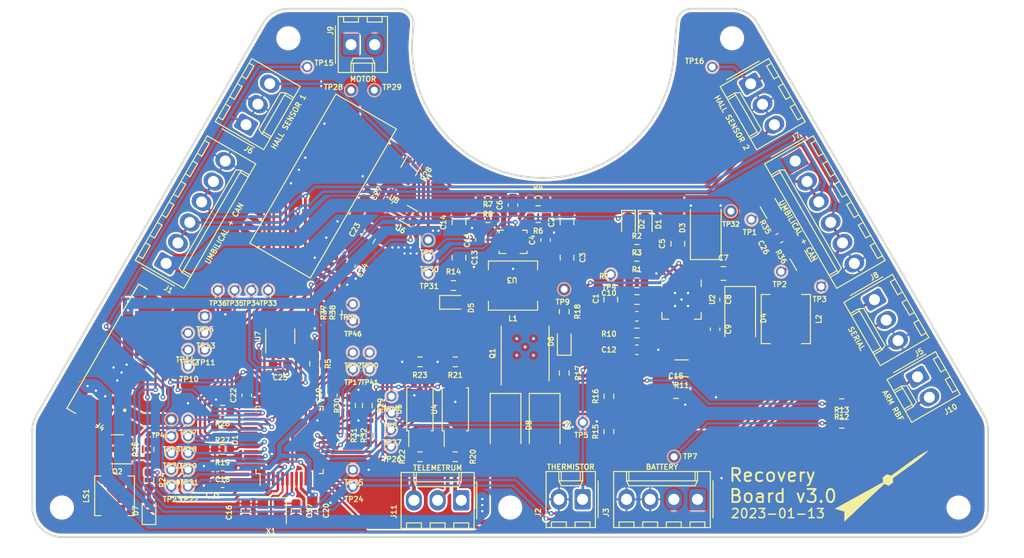
<source format=kicad_pcb>
(kicad_pcb (version 20211014) (generator pcbnew)
  (layers (0 "F.Cu" signal) (31 "B.Cu" signal) (34 "B.Paste" user) (35 "F.Paste" user) (36 "B.SilkS" user "B.Silkscreen") (37 "F.SilkS" user "F.Silkscreen") (38 "B.Mask" user) (39 "F.Mask" user) (44 "Edge.Cuts" user))
  (net 0 "")
  (net 1 "/Power/VREF33")
  (net 2 "GND")
  (net 3 "/Power/VUMB")
  (net 4 "Net-(C6-Pad1)")
  (net 5 "Net-(C7-Pad1)")
  (net 6 "Net-(C8-Pad1)")
  (net 7 "Net-(C8-Pad2)")
  (net 8 "Net-(C9-Pad1)")
  (net 9 "Net-(C10-Pad1)")
  (net 10 "+3.3V")
  (net 11 "Net-(C12-Pad1)")
  (net 12 "+BATT")
  (net 13 "Net-(C16-Pad1)")
  (net 14 "Net-(C17-Pad1)")
  (net 15 "Net-(D1-Pad1)")
  (net 16 "Net-(D1-Pad2)")
  (net 17 "UMB_~{ON}")
  (net 18 "Net-(D2-Pad2)")
  (net 19 "Net-(D5-Pad2)")
  (net 20 "Net-(D6-Pad2)")
  (net 21 "Net-(D8-Pad1)")
  (net 22 "Net-(D7-Pad2)")
  (net 27 "/Microcontroller/NRST")
  (net 28 "/Microcontroller/USART2_RX")
  (net 29 "/Microcontroller/USART2_TX")
  (net 30 "VBUS")
  (net 31 "/Microcontroller/AD0")
  (net 32 "/Microcontroller/SWCLK")
  (net 33 "Net-(J4-Pad16)")
  (net 34 "Net-(J4-Pad17)")
  (net 35 "Net-(J4-Pad18)")
  (net 36 "Net-(J4-Pad19)")
  (net 37 "Net-(J4-Pad20)")
  (net 38 "/Microcontroller/MOTOR+")
  (net 39 "/Microcontroller/MOTOR-")
  (net 40 "Net-(Q1-Pad4)")
  (net 41 "Net-(J2-Pad1)")
  (net 42 "Net-(LS1-Pad2)")
  (net 43 "Net-(Q2-Pad1)")
  (net 44 "Net-(R4-Pad1)")
  (net 45 "Net-(R6-Pad2)")
  (net 46 "Net-(R7-Pad2)")
  (net 47 "Net-(R9-Pad1)")
  (net 48 "Net-(R10-Pad1)")
  (net 49 "Net-(L2-Pad2)")
  (net 50 "/Power/ARM-IN")
  (net 51 "/Power/ARM-OUT")
  (net 52 "BATT_READ")
  (net 53 "/Microcontroller/BOOT0")
  (net 54 "Net-(R20-Pad1)")
  (net 55 "/Microcontroller/T_DROGUE")
  (net 56 "/Microcontroller/ISO_DROGUE")
  (net 57 "Net-(R22-Pad1)")
  (net 58 "/Microcontroller/ISO_MAIN")
  (net 59 "Net-(R24-Pad1)")
  (net 60 "/Microcontroller/HALL1")
  (net 61 "/Microcontroller/HALL2")
  (net 62 "Net-(TP21-Pad1)")
  (net 63 "Net-(TP22-Pad1)")
  (net 64 "Net-(TP23-Pad1)")
  (net 65 "/Microcontroller/CAN_SILENT")
  (net 66 "/Microcontroller/CAN_SHDN")
  (net 67 "/Microcontroller/CAN_RX")
  (net 68 "/Microcontroller/CAN_TX")
  (net 69 "Net-(TP30-Pad1)")
  (net 70 "Net-(TP31-Pad1)")
  (net 71 "Net-(L1-Pad2)")
  (net 72 "Net-(L1-Pad1)")
  (net 73 "/Microcontroller/T_MAIN")
  (net 74 "/Microcontroller/T_VLIPO")
  (net 75 "MOTOR_~{FAILA}")
  (net 76 "CANL")
  (net 77 "CANH")
  (net 78 "MOTOR_~{PS}")
  (net 79 "/Microcontroller/AD1")
  (net 80 "Net-(R28-Pad1)")
  (net 81 "+5V")
  (net 82 "Net-(C26-Pad1)")
  (net 83 "/Microcontroller/SDWIO")
  (net 84 "DEPLOY1")
  (net 85 "DEPLOY2")
  (net 86 "MOTOR_ILIM")
  (net 87 "/Microcontroller/MOTOR_VREF")
  (net 88 "MOTOR_ISENSE")
  (net 89 "Net-(TP17-Pad1)")
  (net 90 "Net-(TP18-Pad1)")
  (net 91 "Net-(TP19-Pad1)")
  (net 92 "Net-(TP39-Pad1)")
  (net 93 "Net-(TP40-Pad1)")
  (net 94 "Net-(TP41-Pad1)")
  (net 95 "Net-(TP42-Pad1)")
  (net 96 "Net-(TP43-Pad1)")
  (footprint "Resistor_SMD:R_1206_3216Metric" (layer "F.Cu") (at 162.8 92.4 -60)
    (fp_text reference "R35")
    (fp_text value "60.4")
  )
  (footprint "Connector_Molex:Molex_KK-254_AE-6410-04A_1x04_P2.54mm_Vertical" (layer "F.Cu") (at 154.91 123.68 180)
    (fp_text reference "J3")
    (fp_text value "Conn_01x04")
  )
  (footprint "psas-footprints:J-TE_2-1734592-0" (layer "F.Cu") (at 93.542339 108.675 60)
    (fp_text reference "J4")
    (fp_text value "J-TE-Debug-2-1734592-0")
  )
  (footprint "Capacitor_SMD:C_0603_1608Metric" (layer "F.Cu") (at 110.1 109.15 180)
    (fp_text reference "C25")
    (fp_text value "100n")
  )
  (footprint "Capacitor_SMD:C_0805_2012Metric" (layer "F.Cu") (at 152.8 96.2 90)
    (fp_text reference "C5")
    (fp_text value "10u")
  )
  (footprint "Resistor_SMD:R_0603_1608Metric" (layer "F.Cu") (at 170.4 115.5)
    (fp_text reference "R13")
    (fp_text value "1k")
  )
  (footprint "Package_DFN_QFN:QFN-16-1EP_4x4mm_P0.65mm_EP2.5x2.5mm" (layer "F.Cu") (at 153.2 102.2 -90)
    (fp_text reference "U2")
    (fp_text value "MP26123DR-LF-Z")
  )
  (footprint "Package_SO:PowerPAK_SO-8_Single" (layer "F.Cu") (at 136.4 108 90)
    (fp_text reference "Q1")
    (fp_text value "SI7465DP-T1-E3")
  )
  (footprint "psas-footprints:TP-through-hole-1X01" (layer "F.Cu") (at 117.9 102.7)
    (fp_text reference "TP38")
    (fp_text value "Test-Point")
  )
  (footprint "LED_SMD:LED_0603_1608Metric" (layer "F.Cu") (at 149.3 94.1 -90)
    (fp_text reference "D1")
    (fp_text value "Green")
  )
  (footprint "psas-footprints:TP-through-hole-1X01" (layer "F.Cu") (at 117.9 104.5)
    (fp_text reference "TP46")
    (fp_text value "Test-Point")
  )
  (footprint "psas-footprints:TP-through-hole-1X01" (layer "F.Cu") (at 102 107.6)
    (fp_text reference "TP11")
    (fp_text value "Test-Point")
  )
  (footprint "psas-footprints:TP-through-hole-1X01" (layer "F.Cu") (at 122.05 112.6)
    (fp_text reference "TP47")
    (fp_text value "Test-Point")
  )
  (footprint "Connector_Molex:Molex_KK-254_AE-6410-02A_1x02_P2.54mm_Vertical" (layer "F.Cu") (at 178.547679 110.510148 -60)
    (fp_text reference "J10")
    (fp_text value "Conn_01x02")
  )
  (footprint "Capacitor_SMD:C_0805_2012Metric" (layer "F.Cu") (at 119.55 95.55 60)
    (fp_text reference "C23")
    (fp_text value "10u")
  )
  (footprint "Capacitor_SMD:C_0603_1608Metric" (layer "F.Cu") (at 138.6 95.8 90)
    (fp_text reference "C4")
    (fp_text value "10u")
  )
  (footprint "Package_QFP:LQFP-48_7x7mm_P0.5mm" (layer "F.Cu") (at 111.1 117.3 90)
    (fp_text reference "U1")
    (fp_text value "STM32F091C")
  )
  (footprint "Resistor_SMD:R_0603_1608Metric" (layer "F.Cu") (at 140.6 110.1 90)
    (fp_text reference "R17")
    (fp_text value "10k")
  )
  (footprint "Resistor_SMD:R_0603_1608Metric" (layer "F.Cu") (at 125.1 108.9 180)
    (fp_text reference "R23")
    (fp_text value "10k")
  )
  (footprint "Connector_Molex:Molex_KK-254_AE-6410-03A_1x03_P2.54mm_Vertical" (layer "F.Cu") (at 106.43 83.399705 60)
    (fp_text reference "J6")
    (fp_text value "Sensor Board 1")
  )
  (footprint "Capacitor_SMD:C_0603_1608Metric" (layer "F.Cu") (at 111.8 124.9 -90)
    (fp_text reference "C17")
    (fp_text value "20p")
  )
  (footprint "Resistor_SMD:R_0603_1608Metric" (layer "F.Cu") (at 96 121.6 -90)
    (fp_text reference "R24")
    (fp_text value "4.7k")
  )
  (footprint "Resistor_SMD:R_0603_1608Metric" (layer "F.Cu") (at 148.4 98.6)
    (fp_text reference "R3")
    (fp_text value "4.7k")
  )
  (footprint "Resistor_SMD:R_1206_3216Metric" (layer "F.Cu") (at 124.2 87.8 -120)
    (fp_text reference "R28")
    (fp_text value "Rsns")
  )
  (footprint "Resistor_SMD:R_0603_1608Metric" (layer "F.Cu") (at 137.8 93.4 180)
    (fp_text reference "R6")
    (fp_text value "10k")
  )
  (footprint "Crystal:Crystal_SMD_2520-4Pin_2.5x2.0mm" (layer "F.Cu") (at 109.1 124.9 180)
    (fp_text reference "X1")
    (fp_text value "16MHZ-2.5x2mm")
  )
  (footprint "MountingHole:MountingHole_2.2mm_M2" (layer "F.Cu") (at 110.969868 74.112355)
    (fp_text reference "REF**" hide)
    (fp_text value "MountingHole_2.2mm_M2" hide)
  )
  (footprint "Capacitor_SMD:C_0603_1608Metric" (layer "F.Cu") (at 148.4 104)
    (fp_text reference "C10")
    (fp_text value "100n")
  )
  (footprint "MountingHole:MountingHole_2.2mm_M2" (layer "F.Cu") (at 182.951438 124.562355)
    (fp_text reference "REF**" hide)
    (fp_text value "MountingHole_2.2mm_M2" hide)
  )
  (footprint "Diode_SMD:D_SMA" (layer "F.Cu") (at 134.3 115.7 -90)
    (fp_text reference "D8")
    (fp_text value "D_Small")
  )
  (footprint "Connector_Molex:Molex_KK-254_AE-6410-06A_1x06_P2.54mm_Vertical" (layer "F.Cu") (at 97.842321 98.309262 60)
    (fp_text reference "J1")
    (fp_text value "Conn_01x06")
  )
  (footprint "Resistor_SMD:R_0603_1608Metric" (layer "F.Cu") (at 103.9 114.1 180)
    (fp_text reference "R26")
    (fp_text value "10k")
  )
  (footprint "Connector_Molex:Molex_KK-254_AE-6410-03A_1x03_P2.54mm_Vertical" (layer "F.Cu") (at 173.91268 102.210296 -60)
    (fp_text reference "J5")
    (fp_text value "Conn_01x03")
  )
  (footprint "psas-footprints:TP-through-hole-1X01" (layer "F.Cu") (at 113 77.2)
    (fp_text reference "TP15")
    (fp_text value "Test-Point")
  )
  (footprint "Package_TO_SOT_SMD:SOT-23" (layer "F.Cu") (at 92.6 118.3 180)
    (fp_text reference "Q2")
    (fp_text value "BSS123")
  )
  (footprint "Resistor_SMD:R_1206_3216Metric" (layer "F.Cu") (at 166 98 -60)
    (fp_text reference "R36")
    (fp_text value "60.4")
  )
  (footprint "psas-footprints:TP-through-hole-1X01" (layer "F.Cu") (at 156.5 77.2)
    (fp_text reference "TP16")
    (fp_text value "Test-Point")
  )
  (footprint "psas-footprints:TP-through-hole-1X01" (layer "F.Cu") (at 117.7 79.7)
    (fp_text reference "TP28")
    (fp_text value "Test-Point")
  )
  (footprint "psas-footprints:TP-through-hole-1X01" (layer "F.Cu") (at 100.2 109.4)
    (fp_text reference "TP10")
    (fp_text value "Test-Point")
  )
  (footprint "Package_SO:SOP-4_4.4x2.6mm_P1.27mm" (layer "F.Cu") (at 125.1 114 90)
    (fp_text reference "U5")
    (fp_text value "TCMT1107")
  )
  (footprint "Capacitor_SMD:C_0603_1608Metric" (layer "F.Cu") (at 106.5 112.5 90)
    (fp_text reference "C22")
    (fp_text value "100n")
  )
  (footprint "Capacitor_SMD:C_0603_1608Metric" (layer "F.Cu") (at 113.6 124.9 -90)
    (fp_text reference "C20")
    (fp_text value "100n")
  )
  (footprint "Capacitor_SMD:C_0603_1608Metric" (layer "F.Cu") (at 156.8 105.4 -90)
    (fp_text reference "C9")
    (fp_text value "100n")
  )
  (footprint "Resistor_SMD:R_1206_3216Metric" (layer "F.Cu") (at 153.2 109.6 180)
    (fp_text reference "R11")
    (fp_text value "100m")
  )
  (footprint "Connector_Molex:Molex_KK-254_AE-6410-06A_1x06_P2.54mm_Vertical" (layer "F.Cu") (at 165.40768 87.310739 -60)
    (fp_text reference "J8")
    (fp_text value "Conn_01x06")
  )
  (footprint "Capacitor_SMD:C_0805_2012Metric" (layer "F.Cu") (at 140.9 93.9 90)
    (fp_text reference "C2")
    (fp_text value "10u")
  )
  (footprint "psas-footprints:TP-through-hole-1X01" (layer "F.Cu") (at 119.7 109.7)
    (fp_text reference "TP41")
    (fp_text value "Test-Point")
  )
  (footprint "psas-footprints:U-BD63150AFM" (layer "F.Cu") (at 114.7 90 -120)
    (fp_text reference "U8")
    (fp_text value "BDS63150AFM-E2")
  )
  (footprint "Resistor_SMD:R_0603_1608Metric" (layer "F.Cu") (at 148.4 105.8 180)
    (fp_text reference "R10")
    (fp_text value "750")
  )
  (footprint "psas-footprints:TP-through-hole-1X01" (layer "F.Cu") (at 103.4 101.2)
    (fp_text reference "TP36")
    (fp_text value "Test-Point")
  )
  (footprint "psas-footprints:TP-through-hole-1X01" (layer "F.Cu") (at 126 99.4)
    (fp_text reference "TP31")
    (fp_text value "Test-Point")
  )
  (footprint "psas-footprints:TP-through-hole-1X01" (layer "F.Cu") (at 100.2 116.9)
    (fp_text reference "TP18")
    (fp_text value "Test-Point")
  )
  (footprint "Capacitor_SMD:C_0603_1608Metric" (layer "F.Cu") (at 156.8 102.2 -90)
    (fp_text reference "C8")
    (fp_text value "100n")
  )
  (footprint "MountingHole:MountingHole_2.2mm_M2" (layer "F.Cu") (at 86.648561 124.562355)
    (fp_text reference "REF**" hide)
    (fp_text value "MountingHole_2.2mm_M2" hide)
  )
  (footprint "psas-footprints:TP-through-hole-1X01" (layer "F.Cu") (at 98.4 116.9)
    (fp_text reference "TP43")
    (fp_text value "Test-Point")
  )
  (footprint "psas-footprints:TP-through-hole-1X01" (layer "F.Cu") (at 126 95.8)
    (fp_text reference "TP6")
    (fp_text value "Test-Point")
  )
  (footprint "psas-footprints:TP-through-hole-1X01" (layer "F.Cu") (at 98.4 122.3)
    (fp_text reference "TP23")
    (fp_text value "Test-Point")
  )
  (footprint "Capacitor_SMD:C_0603_1608Metric" (layer "F.Cu") (at 106.4 124.9 90)
    (fp_text reference "C16")
    (fp_text value "20p")
  )
  (footprint "Resistor_SMD:R_0603_1608Metric" (layer "F.Cu") (at 114.3 103.6 -90)
    (fp_text reference "R38")
    (fp_text value "10k")
  )
  (footprint "psas-footprints:TP-through-hole-1X01" (layer "F.Cu") (at 145.6 99.5)
    (fp_text reference "TP4")
    (fp_text value "Test-Point")
  )
  (footprint "Connector_Molex:Molex_KK-254_AE-6410-02A_1x02_P2.54mm_Vertical" (layer "F.Cu") (at 142.57 123.68 180)
    (fp_text reference "J2")
    (fp_text value "Thermistor")
  )
  (footprint "psas-footprints:TP-through-hole-1X01" (layer "F.Cu") (at 98.4 115.1)
    (fp_text reference "TP44")
    (fp_text value "Test-Point")
  )
  (footprint "psas-graphics:PSAS_LOGO_10X10" (layer "F.Cu") (at 175 121.9)
    (fp_text reference "LOGO1" hide)
    (fp_text value "PSAS LOGO" hide)
  )
  (footprint "psas-footprints:TP-through-hole-1X01" (layer "F.Cu") (at 160.7 93.6)
    (fp_text reference "TP1")
    (fp_text value "Test-Point")
  )
  (footprint "psas-footprints:TP-through-hole-1X01" (layer "F.Cu") (at 100.2 115.1)
    (fp_text reference "TP37")
    (fp_text value "Test-Point")
  )
  (footprint "LED_SMD:LED_0603_1608Metric" (layer "F.Cu") (at 147.5 94.1 -90)
    (fp_text reference "D2")
    (fp_text value "Green")
  )
  (footprint "psas-footprints:TP-through-hole-1X01" (layer "F.Cu") (at 100.2 122.3)
    (fp_text reference "TP22")
    (fp_text value "Test-Point")
  )
  (footprint "psas-footprints:TP-through-hole-1X01" (layer "F.Cu") (at 119.7 107.9)
    (fp_text reference "TP40")
    (fp_text value "Test-Point")
  )
  (footprint "psas-footprints:U-TI-TPS63070" (layer "F.Cu") (at 135.1 96 180)
    (fp_text reference "U3")
    (fp_text value "TPS63070")
  )
  (footprint "psas-footprints:TP-through-hole-1X01" (layer "F.Cu") (at 102 105.8)
    (fp_text reference "TP13")
    (fp_text value "Test-Point")
  )
  (footprint "Capacitor_SMD:C_0805_2012Metric" (layer "F.Cu") (at 129.3 93.9 90)
    (fp_text reference "C14")
    (fp_text value "22u")
  )
  (footprint "psas-footprints:TP-through-hole-1X01" (layer "F.Cu") (at 117.9 122.3)
    (fp_text reference "TP24")
    (fp_text value "Test-Point")
  )
  (footprint "Capacitor_SMD:C_0603_1608Metric" (layer "F.Cu") (at 115.7 112.5 90)
    (fp_text reference "C19")
    (fp_text value "100n")
  )
  (footprint "psas-footprints:TP-through-hole-1X01" (layer "F.Cu") (at 122 118)
    (fp_text reference "TP26")
    (fp_text value "Test-Point")
  )
  (footprint "Diode_SMD:D_SMA" (layer "F.Cu") (at 138.5 115.7 -90)
    (fp_text reference "D9")
    (fp_text value "D_Small")
  )
  (footprint "psas-footprints:TP-through-hole-1X01" (layer "F.Cu") (at 108.8 101.2)
    (fp_text reference "TP33")
    (fp_text value "Test-Point")
  )
  (footprint "Resistor_SMD:R_0603_1608Metric" (layer "F.Cu") (at 148.4 102.2 180)
    (fp_text reference "R9")
    (fp_text value "2.4k")
  )
  (footprint "Capacitor_SMD:C_0603_1608Metric" (layer "F.Cu") (at 103.9 120.1 180)
    (fp_text reference "C18")
    (fp_text value "100n")
  )
  (footprint "psas-footprints:TP-through-hole-1X01" (layer "F.Cu") (at 100.2 120.5)
    (fp_text reference "TP21")
    (fp_text value "Test-Point")
  )
  (footprint "psas-footprints:TP-through-hole-1X01" (layer "F.Cu") (at 158.5 92.7)
    (fp_text reference "TP32")
    (fp_text value "Test-Point")
  )
  (footprint "Capacitor_SMD:C_0603_1608Metric" (layer "F.Cu") (at 117.7 98.35 -120)
    (fp_text reference "C24")
    (fp_text value "100n")
  )
  (footprint "Resistor_SMD:R_0603_1608Metric" (layer "F.Cu") (at 103.9 118.3 180)
    (fp_text reference "R19")
    (fp_text value "10k")
  )
  (footprint "psas-footprints:TP-through-hole-1X01" (layer "F.Cu") (at 140.6 101.1)
    (fp_text reference "TP9")
    (fp_text value "Test-Point")
  )
  (footprint "psas-footprints:TP-through-hole-1X01" (layer "F.Cu") (at 117.9 109.7)
    (fp_text reference "TP17")
    (fp_text value "Test-Point")
  )
  (footprint "Capacitor_SMD:C_0603_1608Metric" (layer "F.Cu") (at 121.7 91.5 60)
    (fp_text reference "C27")
    (fp_text value "100n")
  )
  (footprint "Resistor_SMD:R_0603_1608Metric" (layer "F.Cu") (at 117.65 116.8 -90)
    (fp_text reference "R32")
    (fp_text value "NP")
  )
  (footprint "Resistor_SMD:R_0603_1608Metric" (layer "F.Cu") (at 116.2 103.6 90)
    (fp_text reference "R37")
    (fp_text value "10k")
  )
  (footprint "Package_SO:SOP-4_4.4x2.6mm_P1.27mm" (layer "F.Cu") (at 128.9 114 90)
    (fp_text reference "U4")
    (fp_text value "TCMT1107")
  )
  (footprint "Resistor_SMD:R_0603_1608Metric" (layer "F.Cu") (at 96 118.3 90)
    (fp_text reference "R25")
    (fp_text value "10k")
  )
  (footprint "Capacitor_SMD:C_0805_2012Metric" (layer "F.Cu") (at 152.6 112.1)
    (fp_text reference "C15")
    (fp_text value "22u")
  )
  (footprint "Inductor_SMD:L_Vishay_IHLP-1616" (layer "F.Cu") (at 92.3 123.3 90)
    (fp_text reference "LS1")
    (fp_text value "SMT-0440-S-R")
  )
  (footprint "Inductor_SMD:L_Vishay_IHLP-2020" (layer "F.Cu") (at 164.4 104.3 -90)
    (fp_text reference "L2")
    (fp_text value "4.7uH")
  )
  (footprint "Package_TO_SOT_SMD:SOT-563" (layer "F.Cu") (at 123.849519 93.175 150)
    (fp_text reference "U6")
    (fp_text value "INA185")
  )
  (footprint "Capacitor_SMD:C_0603_1608Metric" (layer "F.Cu") (at 103.9 121.9 180)
    (fp_text reference "C21")
    (fp_text value "100n")
  )
  (footprint "psas-footprints:TP-through-hole-1X01" (layer "F.Cu") (at 142.6 115.4)
    (fp_text reference "TP5")
    (fp_text value "Test-Point")
  )
  (footprint "psas-footprints:TP-through-hole-1X01" (layer "F.Cu") (at 117.9 120.5)
    (fp_text reference "TP25")
    (fp_text value "Test-Point")
  )
  (footprint "Capacitor_SMD:C_0805_2012Metric" (layer "F.Cu") (at 129.3 97.7 -90)
    (fp_text reference "C13")
    (fp_text value "22u")
  )
  (footprint "psas-footprints:TP-through-hole-1X01" (layer "F.Cu") (at 117.9 107.9)
    (fp_text reference "TP42")
    (fp_text value "Test-Point")
  )
  (footprint "Resistor_SMD:R_0603_1608Metric" (layer "F.Cu") (at 145.4 112.6 90)
    (fp_text reference "R16")
    (fp_text value "10k")
  )
  (footprint "Capacitor_SMD:C_0805_2012Metric" (layer "F.Cu") (at 140.9 97.7 -90)
    (fp_text reference "C3")
    (fp_text value "10u")
  )
  (footprint "Resistor_SMD:R_0603_1608Metric" (layer "F.Cu") (at 132.4 91.6 180)
    (fp_text reference "R8")
    (fp_text value "150k")
  )
  (footprint "Resistor_SMD:R_0603_1608Metric" (layer "F.Cu") (at 103.9 115.9 180)
    (fp_text reference "R27")
    (fp_text value "10k")
  )
  (footprint "Resistor_SMD:R_0603_1608Metric" (layer "F.Cu") (at 119.45 113.6 -90)
    (fp_text reference "R29")
    (fp_text value "NP")
  )
  (footprint "Connector_Molex:Molex_KK-254_AE-6410-03A_1x03_P2.54mm_Vertical" (layer "F.Cu") (at 129.54 123.78 180)
    (fp_text reference "J11")
    (fp_text value "Conn_01x03")
  )
  (footprint "Capacitor_SMD:C_0805_2012Metric" (layer "F.Cu") (at 145.6 102.2 -90)
    (fp_text reference "C1")
    (fp_text value "10u")
  )
  (footprint "psas-footprints:TP-through-hole-1X01" (layer "F.Cu") (at 102 104)
    (fp_text reference "TP45")
    (fp_text value "Test-Point")
  )
  (footprint "Capacitor_SMD:C_0603_1608Metric" (layer "F.Cu") (at 135.1 92.05 90)
    (fp_text reference "C6")
    (fp_text value "100n")
  )
  (footprint "Resistor_SMD:R_0603_1608Metric" (layer "F.Cu") (at 132.4 93.4)
    (fp_text reference "R7")
    (fp_text value "470k")
  )
  (footprint "Resistor_SMD:R_0603_1608Metric" (layer "F.Cu") (at 140.6 103.5 -90)
    (fp_text reference "R18")
    (fp_text value "10k")
  )
  (footprint "psas-footprints:TP-through-hole-1X01" (layer "F.Cu") (at 100.2 118.7)
    (fp_text reference "TP19")
    (fp_text value "Test-Point")
  )
  (footprint "Resistor_SMD:R_0603_1608Metric" (layer "F.Cu") (at 128.9 119.1 180)
    (fp_text reference "R20")
    (fp_text value "51")
  )
  (footprint "Capacitor_SMD:C_0805_2012Metric" (layer "F.Cu") (at 157.7 99.4)
    (fp_text reference "C7")
    (fp_text value "10u")
  )
  (footprint "Diode_SMD:D_SMA" (layer "F.Cu") (at 159.5 104.2 -90)
    (fp_text reference "D4")
    (fp_text value "1N4007")
  )
  (footprint "psas-footprints:TP-through-hole-1X01" (layer "F.Cu") (at 98.4 118.7)
    (fp_text reference "TP20")
    (fp_text value "Test-Point")
  )
  (footprint "Connector_Molex:Molex_KK-254_AE-6410-02A_1x02_P2.54mm_Vertical" (layer "F.Cu") (at 117.7 74.8)
    (fp_text reference "J9")
    (fp_text value "Motor")
  )
  (footprint "LED_SMD:LED_0603_1608Metric" (layer "F.Cu") (at 140.6 106.7 90)
    (fp_text reference "D6")
    (fp_text value "Green")
  )
  (footprint "LED_SMD:LED_0603_1608Metric" (layer "F.Cu") (at 96 124.9 90)
    (fp_text reference "D7")
    (fp_text value "Green")
  )
  (footprint "Diode_SMD:D_SMA" (layer "F.Cu") (at 155.8 94.5 90)
    (fp_text reference "D3")
    (fp_text value "SS210A")
  )
  (footprint "Resistor_SMD:R_0603_1608Metric" (layer "F.Cu") (at 148.4 96.8)
    (fp_text reference "R2")
    (fp_text value "4.7k")
  )
  (footprint "Resistor_SMD:R_0603_1608Metric" (layer "F.Cu") (at 119.45 116.8 90)
    (fp_text reference "R31")
    (fp_text value "NP")
  )
  (footprint "psas-footprints:TP-through-hole-1X01" (layer "F.Cu") (at 122 116.2)
    (fp_text reference "TP27")
    (fp_text value "Test-Point")
  )
  (footprint "psas-footprints:TP-through-hole-1X01" (layer "F.Cu") (at 105.2 101.2)
    (fp_text reference "TP35")
    (fp_text value "Test-Point")
  )
  (footprint "psas-footprints:TP-through-hole-1X01" (layer "F.Cu") (at 122.05 114.4)
    (fp_text reference "TP8")
    (fp_text value "Test-Point")
  )
  (footprint "Resistor_SMD:R_0603_1608Metric" (layer "F.Cu") (at 128.9 108.9 180)
    (fp_text reference "R21")
    (fp_text value "10k")
  )
  (footprint "psas-footprints:TP-through-hole-1X01" (layer "F.Cu") (at 163.9 99.2)
    (fp_text reference "TP2")
    (fp_text value "Test-Point")
  )
  (footprint "psas-footprints:TP-through-hole-1X01" (layer "F.Cu") (at 100.2 107.6)
    (fp_text reference "TP12")
    (fp_text value "Test-Point")
  )
  (footprint "Resistor_SMD:R_0603_1608Metric" (layer "F.Cu") (at 170.4 113.4 180)
    (fp_text reference "R12")
    (fp_text value "1k")
  )
  (footprint "Resistor_SMD:R_0603_1608Metric" (layer "F.Cu") (at 117.65 113.6 90)
    (fp_text reference "R30")
    (fp_text value "NP")
  )
  (footprint "Inductor_SMD:L_Vishay_IHLP-2020" (layer "F.Cu") (at 135.1 100.7 180)
    (fp_text reference "L1")
    (fp_text value "1.5uH")
  )
  (footprint "MountingHole:MountingHole_2.2mm_M2" (layer "F.Cu") (at 134.8 124.562355)
    (fp_text reference "REF**" hide)
    (fp_text value "MountingHole_2.2mm_M2" hide)
  )
  (footprint "Resistor_SMD:R_0603_1608Metric" (layer "F.Cu") (at 137.8 91.6)
    (fp_text reference "R4")
    (fp_text value "10k")
  )
  (footprint "MountingHole:MountingHole_2.2mm_M2" (layer "F.Cu") (at 158.630132 74.112355)
    (fp_text reference "REF**" hide)
    (fp_text value "MountingHole_2.2mm_M2" hide)
  )
  (footprint "Package_TO_SOT_SMD:SOT-23-8" (layer "F.Cu") (at 110.1 106.15 90)
    (fp_text reference "U7")
    (fp_text value "TCAN330")
  )
  (footprint "psas-footprints:TP-through-hole-1X01" (layer "F.Cu") (at 98.4 120.5)
    (fp_text reference "TP39")
    (fp_text value "Test-Point")
  )
  (footprint "LED_SMD:LED_0603_1608Metric" (layer "F.Cu") (at 128.7 102.5)
    (fp_text reference "D5")
    (fp_text value "Green")
  )
  (footprint "psas-footprints:TP-through-hole-1X01" (layer "F.Cu") (at 107 101.2)
    (fp_text reference "TP34")
    (fp_text value "Test-Point")
  )
  (footprint "Resistor_SMD:R_0603_1608Metric" (layer "F.Cu") (at 128.7 100.7)
    (fp_text reference "R14")
    (fp_text value "4.7k")
  )
  (footprint "Connector_Molex:Molex_KK-254_AE-6410-03A_1x03_P2.54mm_Vertical" (layer "F.Cu") (at 160.63 79.010296 -60)
    (fp_text reference "J7")
    (fp_text value "Sensor Board 2")
  )
  (footprint "Capacitor_SMD:C_0603_1608Metric" (layer "F.Cu") (at 148.4 107.6)
    (fp_text reference "C12")
    (fp_text value "2.2n")
  )
  (footprint "Resistor_SMD:R_0603_1608Metric" (layer "F.Cu") (at 113.8 109.1 -90)
    (fp_text reference "R5")
    (fp_text value "10k")
  )
  (footprint "Resistor_SMD:R_0603_1608Metric" (layer "F.Cu") (at 145.4 116.4 90)
    (fp_text reference "R15")
    (fp_text value "33k")
  )
  (footprint "psas-footprints:TP-through-hole-1X01" (layer "F.Cu") (at 100.2 105.8)
    (fp_text reference "TP14")
    (fp_text value "Test-Point")
  )
  (footprint "Resistor_SMD:R_0603_1608Metric" (layer "F.Cu") (at 148.4 100.4)
    (fp_text reference "R1")
    (fp_text value "10k")
  )
  (footprint "psas-footprints:TP-through-hole-1X01" (layer "F.Cu") (at 152.4 119.1)
    (fp_text reference "TP7")
    (fp_text value "Test-Point")
  )
  (footprint "psas-footprints:TP-through-hole-1X01" (layer "F.Cu") (at 168.2 100.8)
    (fp_text reference "TP3")
    (fp_text value "Test-Point")
  )
  (footprint "Capacitor_SMD:C_0603_1608Metric" (layer "F.Cu") (at 163.7 95.6 -150)
    (fp_text reference "C26")
    (fp_text value "1n")
  )
  (footprint "Resistor_SMD:R_0603_1608Metric" (layer "F.Cu") (at 125.1 119.1 180)
    (fp_text reference "R22")
    (fp_text value "51")
  )
  (footprint "psas-footprints:TP-through-hole-1X01" (layer "F.Cu") (at 120.2 79.7)
    (fp_text reference "TP29")
    (fp_text value "Test-Point")
  )
  (footprint "Capacitor_SMD:C_0603_1608Metric" (layer "F.Cu") (at 131.6 95.8 90)
    (fp_text reference "C11")
    (fp_text value "10u")
  )
  (footprint "psas-footprints:TP-through-hole-1X01" (layer "F.Cu") (at 126 97.6)
    (fp_text reference "TP30")
    (fp_text value "Test-Point")
  )
  (gr_line locked (start 108.220237 72.524855) (end 83.89893 114.650594) (layer "Edge.Cuts") (width 0.2))
  (gr_arc locked (start 152.344723 76.280063) (mid 137.102486 89.069818) (end 124.312732 73.827582) (layer "Edge.Cuts") (width 0.2))
  (gr_line locked (start 186.126439 124.562355) (end 186.126439 116.238094) (layer "Edge.Cuts") (width 0.2))
  (gr_line locked (start 122.833142 70.937355) (end 110.969868 70.937355) (layer "Edge.Cuts") (width 0.2))
  (gr_arc locked (start 158.630132 70.937355) (mid 160.217632 71.362724) (end 161.379763 72.524855) (layer "Edge.Cuts") (width 0.2))
  (gr_line locked (start 124.4146 72.663215) (end 124.312732 73.827582) (layer "Edge.Cuts") (width 0.2))
  (gr_arc locked (start 86.648562 127.737355) (mid 84.403495 126.807419) (end 83.473561 124.562355) (layer "Edge.Cuts") (width 0.2))
  (gr_line locked (start 83.473561 124.562355) (end 83.473561 116.238094) (layer "Edge.Cuts") (width 0.2))
  (gr_arc locked (start 122.833142 70.937355) (mid 124.003569 71.452356) (end 124.4146 72.663215) (layer "Edge.Cuts") (width 0.2))
  (gr_line locked (start 152.685366 72.386495) (end 152.344723 76.280063) (layer "Edge.Cuts") (width 0.2))
  (gr_arc locked (start 83.473561 116.238094) (mid 83.581736 115.416339) (end 83.89893 114.650594) (layer "Edge.Cuts") (width 0.2))
  (gr_arc locked (start 185.70107 114.650593) (mid 186.018254 115.416343) (end 186.126439 116.238094) (layer "Edge.Cuts") (width 0.2))
  (gr_line locked (start 86.648562 127.737355) (end 182.951439 127.737355) (layer "Edge.Cuts") (width 0.2))
  (gr_arc locked (start 186.126439 124.562355) (mid 185.196503 126.80742) (end 182.951439 127.737355) (layer "Edge.Cuts") (width 0.2))
  (gr_arc locked (start 108.220237 72.524855) (mid 109.382368 71.362724) (end 110.969868 70.937355) (layer "Edge.Cuts") (width 0.2))
  (gr_line locked (start 158.630132 70.937355) (end 154.266824 70.937355) (layer "Edge.Cuts") (width 0.2))
  (gr_line locked (start 161.379763 72.524855) (end 185.70107 114.650593) (layer "Edge.Cuts") (width 0.2))
  (gr_arc locked (start 152.685366 72.386495) (mid 153.194325 71.354428) (end 154.266824 70.937355) (layer "Edge.Cuts") (width 0.2))
  (gr_text "HALL SENSOR 1" (at 111 83.1 60) (layer "F.SilkS") (effects (font (size 0.56 0.56) (thickness 0.12))))
  (gr_text "UMBILICAL + CAN" (at 104.1 95.1 60) (layer "F.SilkS") (effects (font (size 0.56 0.56) (thickness 0.12))))
  (gr_text "TELEMETRUM" (at 127 120.3) (layer "F.SilkS") (effects (font (size 0.56 0.56) (thickness 0.12))))
  (gr_text "HALL SENSOR 2" (at 158.6 83.2 300) (layer "F.SilkS") (effects (font (size 0.56 0.56) (thickness 0.12))))
  (gr_text "THERMISTOR" (at 141.3 120.2) (layer "F.SilkS") (effects (font (size 0.56 0.56) (thickness 0.12))))
  (gr_text "MOTOR" (at 119 78.5) (layer "F.SilkS") (effects (font (size 0.56 0.56) (thickness 0.12))))
  (gr_text "2023-01-13" (at 158.4 125.2) (layer "F.SilkS") (effects (font (size 1 1)) (justify left)))
  (gr_text "Recovery \nBoard v3.0" (at 158.2 122.2) (layer "F.SilkS") (effects (font (size 1.4 1.4) (thickness 0.2)) (justify left)))
  (gr_text "ARM RBF" (at 175.9 113.6 -60) (layer "F.SilkS") (effects (font (size 0.56 0.56) (thickness 0.12))))
  (gr_text "BATTERY" (at 151.1 120.2) (layer "F.SilkS") (effects (font (size 0.56 0.56) (thickness 0.12))))
  (gr_text "UMBILICAL + CAN" (at 165.7 94.8 300) (layer "F.SilkS") (effects (font (size 0.56 0.56) (thickness 0.12))))
  (gr_text "SERIAL" (at 172 106.4 300) (layer "F.SilkS") (effects (font (size 0.56 0.56) (thickness 0.12))))
  (segment (start 147.575 98.6) (end 147.575 96.8) (width 0.3) (layer "F.Cu") (net 1))
  (segment (start 145.6 101.25) (end 145.6 99.5) (width 0.3) (layer "F.Cu") (net 1))
  (segment (start 147.575 100.4) (end 147.575 98.6) (width 0.3) (layer "F.Cu") (net 1))
  (segment (start 147.725 101.225) (end 145.625 101.225) (width 0.3) (layer "F.Cu") (net 1))
  (segment (start 147.575 101.075) (end 147.575 100.4) (width 0.3) (layer "F.Cu") (net 1))
  (segment (start 147.725 101.225) (end 147.575 101.075) (width 0.3) (layer "F.Cu") (net 1))
  (segment (start 150.275 102.275) (end 150.525 102.525) (width 0.3) (layer "F.Cu") (net 1))
  (segment (start 150.275 101.225) (end 147.725 101.225) (width 0.3) (layer "F.Cu") (net 1))
  (segment (start 150.525 102.525) (end 151.2625 102.525) (width 0.3) (layer "F.Cu") (net 1))
  (segment (start 151.2625 101.225) (end 150.275 101.225) (width 0.3) (layer "F.Cu") (net 1))
  (segment (start 150.275 101.225) (end 150.275 102.275) (width 0.3) (layer "F.Cu") (net 1))
  (segment (start 145.625 101.225) (end 145.6 101.25) (width 0.3) (layer "F.Cu") (net 1))
  (segment (start 134.5 95.6) (end 135.1 95.8) (width 0.2) (layer "F.Cu") (net 2))
  (segment (start 109.325 108.525) (end 109.325 109.15) (width 0.3) (layer "F.Cu") (net 2))
  (segment (start 109.775 107.2875) (end 109.775 108.075) (width 0.3) (layer "F.Cu") (net 2))
  (segment (start 109.775 108.075) (end 109.325 108.525) (width 0.3) (layer "F.Cu") (net 2))
  (segment (start 152.125 101.875) (end 152.5 101.5) (width 0.3) (layer "F.Cu") (net 2))
  (segment (start 154.175 103.175) (end 153.9 102.9) (width 0.3) (layer "F.Cu") (net 2))
  (segment (start 154.175 104.1375) (end 154.175 103.175) (width 0.3) (layer "F.Cu") (net 2))
  (segment (start 135.1 97.9) (end 135.1 97.2) (width 0.2) (layer "F.Cu") (net 2))
  (segment (start 151.2625 101.875) (end 152.125 101.875) (width 0.3) (layer "F.Cu") (net 2))
  (via (at 115.5 124.05) (size 0.508) (drill 0.254) (layers "F.Cu" "B.Cu") (net 2))
  (via (at 124.1 96.6) (size 0.508) (drill 0.254) (layers "F.Cu" "B.Cu") (net 2))
  (via (at 113.8 97.7) (size 0.508) (drill 0.254) (layers "F.Cu" "B.Cu") (net 2))
  (via (at 139.5 95) (size 0.508) (drill 0.254) (layers "F.Cu" "B.Cu") (net 2))
  (via (at 130.9 98.7) (size 0.508) (drill 0.254) (layers "F.Cu" "B.Cu") (net 2))
  (via (at 114.85 83.3) (size 0.508) (drill 0.254) (layers "F.Cu" "B.Cu") (net 2))
  (via (at 101.9 120.1) (size 0.508) (drill 0.254) (layers "F.Cu" "B.Cu") (net 2))
  (via (at 92.2 109.5) (size 0.508) (drill 0.254) (layers "F.Cu" "B.Cu") (net 2))
  (via (at 153.6 113.5) (size 0.508) (drill 0.254) (layers "F.Cu" "B.Cu") (net 2))
  (via (at 92.6 110.9) (size 0.508) (drill 0.254) (layers "F.Cu" "B.Cu") (net 2))
  (via (at 118.5 111.9) (size 0.508) (drill 0.254) (layers "F.Cu" "B.Cu") (net 2))
  (via (at 135.1 98.9) (size 0.508) (drill 0.254) (layers "F.Cu" "B.Cu") (net 2))
  (via (at 124.5 112.5) (size 0.508) (drill 0.254) (layers "F.Cu" "B.Cu") (net 2))
  (via (at 128.9 113.2) (size 0.508) (drill 0.254) (layers "F.Cu" "B.Cu") (net 2))
  (via (at 150.5 99.4) (size 0.508) (drill 0.254) (layers "F.Cu" "B.Cu") (net 2))
  (via (at 124.75 97.25) (size 0.508) (drill 0.254) (layers "F.Cu" "B.Cu") (net 2))
  (via (at 127 108.9) (size 0.508) (drill 0.254) (layers "F.Cu" "B.Cu") (net 2))
  (via (at 153.9 101.5) (size 0.508) (drill 0.254) (layers "F.Cu" "B.Cu") (net 2))
  (via (at 118.2 99.95) (size 0.508) (drill 0.254) (layers "F.Cu" "B.Cu") (net 2))
  (via (at 119.6 120.5) (size 0.508) (drill 0.254) (layers "F.Cu" "B.Cu") (net 2))
  (via (at 109.2 118.8) (size 0.508) (drill 0.254) (layers "F.Cu" "B.Cu") (net 2))
  (via (at 130.7 94.5) (size 0.508) (drill 0.254) (layers "F.Cu" "B.Cu") (net 2))
  (via (at 115.05 95.55) (size 0.508) (drill 0.254) (layers "F.Cu" "B.Cu") (net 2))
  (via (at 118.5 116.8) (size 0.508) (drill 0.254) (layers "F.Cu" "B.Cu") (net 2))
  (via (at 96.5 116.6) (size 0.508) (drill 0.254) (layers "F.Cu" "B.Cu") (net 2))
  (via (at 144.1 115.3) (size 0.508) (drill 0.254) (layers "F.Cu" "B.Cu") (net 2))
  (via (at 114.1 115.2) (size 0.508) (drill 0.254) (layers "F.Cu" "B.Cu") (net 2))
  (via (at 112.8 86.95) (size 0.508) (drill 0.254) (layers "F.Cu" "B.Cu") (net 2))
  (via (at 93.6 109.2) (size 0.508) (drill 0.254) (layers "F.Cu" "B.Cu") (net 2))
  (via (at 153.2 102.2) (size 0.508) (drill 0.254) (layers "F.Cu" "B.Cu") (net 2))
  (via (at 116.25 93.8) (size 0.508) (drill 0.254) (layers "F.Cu" "B.Cu") (net 2))
  (via (at 113.8 105.3) (size 0.508) (drill 0.254) (layers "F.Cu" "B.Cu") (net 2))
  (via (at 100.2 113.35) (size 0.508) (drill 0.254) (layers "F.Cu" "B.Cu") (net 2))
  (via (at 152.5 102.9) (size 0.508) (drill 0.254) (layers "F.Cu" "B.Cu") (net 2))
  (via (at 124.1 97.25) (size 0.508) (drill 0.254) (layers "F.Cu" "B.Cu") (net 2))
  (via (at 157.5 121.4) (size 0.508) (drill 0.254) (layers "F.Cu" "B.Cu") (net 2))
  (via (at 101.9 122.2) (size 0.508) (drill 0.254) (layers "F.Cu" "B.Cu") (net 2))
  (via (at 141.5 115.9) (size 0.508) (drill 0.254) (layers "F.Cu" "B.Cu") (net 2))
  (via (at 122.15 96.6) (size 0.508) (drill 0.254) (layers "F.Cu" "B.Cu") (net 2))
  (via (at 123.45 97.25) (size 0.508) (drill 0.254) (layers "F.Cu" "B.Cu") (net 2))
  (via (at 104.2 103.8) (size 0.508) (drill 0.254) (layers "F.Cu" "B.Cu") (net 2))
  (via (at 112.1 88.25) (size 0.508) (drill 0.254) (layers "F.Cu" "B.Cu") (net 2))
  (via (at 117.3 100.6) (size 0.508) (drill 0.254) (layers "F.Cu" "B.Cu") (net 2))
  (via (at 103.2 112.95) (size 0.508) (drill 0.254) (layers "F.Cu" "B.Cu") (net 2))
  (via (at 118.95 88.95) (size 0.508) (drill 0.254) (layers "F.Cu" "B.Cu") (net 2))
  (via (at 123.45 96.6) (size 0.508) (drill 0.254) (layers "F.Cu" "B.Cu") (net 2))
  (via (at 93.05 110.05) (size 0.508) (drill 0.254) (layers "F.Cu" "B.Cu") (net 2))
  (via (at 122.8 96.6) (size 0.508) (drill 0.254) (layers "F.Cu" "B.Cu") (net 2))
  (via (at 153.9 102.9) (size 0.508) (drill 0.254) (layers "F.Cu" "B.Cu") (net 2))
  (via (at 118.5 115.2) (size 0.508) (drill 0.254) (layers "F.Cu" "B.Cu") (net 2))
  (via (at 150.7 107.6) (size 0.508) (drill 0.254) (layers "F.Cu" "B.Cu") (net 2))
  (via (at 123.2 108.9) (size 0.508) (drill 0.254) (layers "F.Cu" "B.Cu") (net 2))
  (via (at 109.3 110.2) (size 0.508) (drill 0.254) (layers "F.Cu" "B.Cu") (net 2))
  (via (at 156.9 112.7) (size 0.508) (drill 0.254) (layers "F.Cu" "B.Cu") (net 2))
  (via (at 111.25 89.7) (size 0.508) (drill 0.254) (layers "F.Cu" "B.Cu") (net 2))
  (via (at 152.5 101.5) (size 0.508) (drill 0.254) (layers "F.Cu" "B.Cu") (net 2))
  (segment (start 154.175 92.825) (end 154.5 92.5) (width 0.3) (layer "F.Cu") (net 3))
  (segment (start 154.175 100.2625) (end 154.175 97.125) (width 0.3) (layer "F.Cu") (net 3))
  (segment (start 154.15 97.15) (end 154.175 97.125) (width 0.3) (layer "F.Cu") (net 3))
  (segment (start 154.175 97.125) (end 154.175 92.825) (width 0.3) (layer "F.Cu") (net 3))
  (segment (start 154.5 92.5) (end 155.8 92.5) (width 0.3) (layer "F.Cu") (net 3))
  (segment (start 152.8 97.15) (end 154.15 97.15) (width 0.3) (layer "F.Cu") (net 3))
  (via (at 157.4 92.1) (size 0.508) (drill 0.254) (layers "F.Cu" "B.Cu") (net 3))
  (via (at 154.2 92.1) (size 0.508) (drill 0.254) (layers "F.Cu" "B.Cu") (net 3))
  (segment (start 115.7 92.1) (end 154.1 92.1) (width 1.5) (layer "B.Cu") (net 3))
  (segment (start 158.5 92.7) (end 157.9 92.1) (width 1.5) (layer "B.Cu") (net 3))
  (segment (start 112.1 95.7) (end 115.7 92.1) (width 1.5) (layer "B.Cu") (net 3))
  (segment (start 103.7 95.7) (end 112.1 95.7) (width 1.5) (layer "B.Cu") (net 3))
  (segment (start 97.842321 98.309262) (end 101.090738 98.309262) (width 1.5) (layer "B.Cu") (net 3))
  (segment (start 154.2 92.1) (end 157.4 92.1) (width 1.5) (layer "B.Cu") (net 3))
  (segment (start 101.090738 98.309262) (end 103.7 95.7) (width 1.5) (layer "B.Cu") (net 3))
  (segment (start 157.9 92.1) (end 157.4 92.1) (width 1.5) (layer "B.Cu") (net 3))
  (segment (start 134.85 93.35) (end 134.85 93.15) (width 0.2) (layer "F.Cu") (net 4))
  (segment (start 135.1 92.825) (end 135.1 92.9) (width 0.2) (layer "F.Cu") (net 4))
  (segment (start 134.85 94.85) (end 134.85 94.5) (width 0.2) (layer "F.Cu") (net 4))
  (segment (start 135.1 92.9) (end 134.85 93.15) (width 0.2) (layer "F.Cu") (net 4))
  (segment (start 134.65 94.3) (end 134.65 93.55) (width 0.2) (layer "F.Cu") (net 4))
  (segment (start 134.65 93.55) (end 134.85 93.35) (width 0.2) (layer "F.Cu") (net 4))
  (segment (start 134.85 94.5) (end 134.65 94.3) (width 0.2) (layer "F.Cu") (net 4))
  (segment (start 155.1375 102.525) (end 155.725 102.525) (width 0.3) (layer "F.Cu") (net 7))
  (segment (start 156.175 102.975) (end 156.8 102.975) (width 0.3) (layer "F.Cu") (net 7))
  (segment (start 155.725 102.525) (end 156.175 102.975) (width 0.3) (layer "F.Cu") (net 7))
  (segment (start 155.1375 103.7375) (end 156.025 104.625) (width 0.3) (layer "F.Cu") (net 8))
  (segment (start 156.025 104.625) (end 156.8 104.625) (width 0.3) (layer "F.Cu") (net 8))
  (segment (start 155.1375 103.175) (end 155.1375 103.7375) (width 0.3) (layer "F.Cu") (net 8))
  (segment (start 147.625 104) (end 147.625 102.25) (width 0.3) (layer "F.Cu") (net 9))
  (segment (start 147.625 102.25) (end 147.575 102.2) (width 0.3) (layer "F.Cu") (net 9))
  (segment (start 120.4 112.4) (end 120.4 111.6) (width 0.2) (layer "F.Cu") (net 10))
  (segment (start 119.45 112.775) (end 120.025 112.775) (width 0.2) (layer "F.Cu") (net 10))
  (segment (start 123.9875 110.8125) (end 124.465 110.8125) (width 0.2) (layer "F.Cu") (net 10))
  (segment (start 89.9 108.2) (end 93.7 108.2) (width 0.3) (layer "F.Cu") (net 10))
  (segment (start 110.425 108.175) (end 110.875 108.625) (width 0.3) (layer "F.Cu") (net 10))
  (segment (start 123.2 111.6) (end 123.9875 110.8125) (width 0.2) (layer "F.Cu") (net 10))
  (segment (start 130.4 93.8) (end 130.8 93.4) (width 0.3) (layer "F.Cu") (net 10))
  (segment (start 113.8 108.275) (end 113.8 106.1) (width 0.25) (layer "F.Cu") (net 10))
  (segment (start 120.025 112.775) (end 120.4 112.4) (width 0.2) (layer "F.Cu") (net 10))
  (segment (start 129.3 94.2) (end 129.7 93.8) (width 0.3) (layer "F.Cu") (net 10))
  (segment (start 122.95 93.233013) (end 121.55 92.45) (width 0.25) (layer "F.Cu") (net 10))
  (segment (start 110.875 108.625) (end 110.875 109.15) (width 0.3) (layer "F.Cu") (net 10))
  (segment (start 89.9 121.6) (end 89.9 118.8) (width 0.3) (layer "F.Cu") (net 10))
  (segment (start 110.425 107.2875) (end 110.425 108.175) (width 0.3) (layer "F.Cu") (net 10))
  (segment (start 120.4 117.2) (end 119.975 117.625) (width 0.2) (layer "F.Cu") (net 10))
  (segment (start 119.45 113.25) (end 119.45 112.775) (width 0.25) (layer "F.Cu") (net 10))
  (segment (start 119.975 117.625) (end 119.45 117.625) (width 0.2) (layer "F.Cu") (net 10))
  (segment (start 116.475 113.275) (end 116.8 113.6) (width 0.25) (layer "F.Cu") (net 10))
  (segment (start 127.6 89.2) (end 128.5 90.1) (width 0.3) (layer "F.Cu") (net 10))
  (segment (start 121.3125 92.17117) (end 121.55 92.45) (width 0.25) (layer "F.Cu") (net 10))
  (segment (start 110.875 110.175) (end 110.85 110.2) (width 0.3) (layer "F.Cu") (net 10))
  (segment (start 129.7 93.8) (end 130.4 93.8) (width 0.3) (layer "F.Cu") (net 10))
  (segment (start 89.9 118.8) (end 87.8 116.7) (width 0.3) (layer "F.Cu") (net 10))
  (segment (start 87.8 111.7) (end 89.9 108.2) (width 0.3) (layer "F.Cu") (net 10))
  (segment (start 122.95 93.233013) (end 122.8 93.5) (width 0.25) (layer "F.Cu") (net 10))
  (segment (start 126 95.8) (end 126 89.2) (width 0.3) (layer "F.Cu") (net 10))
  (segment (start 116.8 113.6) (end 119.1 113.6) (width 0.25) (layer "F.Cu") (net 10))
  (segment (start 110.875 109.15) (end 110.875 110.175) (width 0.3) (layer "F.Cu") (net 10))
  (segment (start 130.8 93.4) (end 131.575 93.4) (width 0.3) (layer "F.Cu") (net 10))
  (segment (start 92.3 125.19225) (end 92.3 124) (width 0.3) (layer "F.Cu") (net 10))
  (segment (start 122.8 93.5) (end 122.8 94.75) (width 0.25) (layer "F.Cu") (net 10))
  (segment (start 156.479705 90.1) (end 163.17 83.409705) (width 0.3) (layer "F.Cu") (net 10))
  (segment (start 120.4 112.4) (end 120.4 117.2) (width 0.2) (layer "F.Cu") (net 10))
  (segment (start 127.7875 110.8125) (end 128.265 110.8125) (width 0.2) (layer "F.Cu") (net 10))
  (segment (start 122.8 111.6) (end 123.2 111.6) (width 0.2) (layer "F.Cu") (net 10))
  (segment (start 115.7 113.275) (end 116.475 113.275) (width 0.25) (layer "F.Cu") (net 10))
  (segment (start 119.1 113.6) (end 119.45 113.25) (width 0.25) (layer "F.Cu") (net 10))
  (segment (start 129.3 94.85) (end 129.3 94.2) (width 0.3) (layer "F.Cu") (net 10))
  (segment (start 87.8 116.7) (end 87.8 111.7) (width 0.3) (layer "F.Cu") (net 10))
  (segment (start 126 89.2) (end 127.6 89.2) (width 0.3) (layer "F.Cu") (net 10))
  (segment (start 92.3 124) (end 89.9 121.6) (width 0.3) (layer "F.Cu") (net 10))
  (segment (start 128.5 90.1) (end 156.479705 90.1) (width 0.3) (layer "F.Cu") (net 10))
  (segment (start 127 111.6) (end 127.7875 110.8125) (width 0.2) (layer "F.Cu") (net 10))
  (via (at 126.5 94.8) (size 0.508) (drill 0.254) (layers "F.Cu" "B.Cu") (net 10))
  (via (at 127 111.6) (size 0.508) (drill 0.254) (layers "F.Cu" "B.Cu") (net 10))
  (via (at 113.9 123.2) (size 0.508) (drill 0.254) (layers "F.Cu" "B.Cu") (net 10))
  (via (at 126 89.2) (size 0.508) (drill 0.254) (layers "F.Cu" "B.Cu") (net 10))
  (via (at 114.7 113) (size 0.508) (drill 0.254) (layers "F.Cu" "B.Cu") (net 10))
  (via (at 113.2 123.2) (size 0.508) (drill 0.254) (layers "F.Cu" "B.Cu") (net 10))
  (via (at 93.75 102.4) (size 0.508) (drill 0.254) (layers "F.Cu" "B.Cu") (net 10))
  (via (at 107.6 113.3) (size 0.508) (drill 0.254) (layers "F.Cu" "B.Cu") (net 10))
  (via (at 108.1 120.3) (size 0.508) (drill 0.254) (layers "F.Cu" "B.Cu") (net 10))
  (via (at 122.8 111.6) (size 0.508) (drill 0.254) (layers "F.Cu" "B.Cu") (net 10))
  (via (at 105.6 120.3) (size 0.508) (drill 0.254) (layers "F.Cu" "B.Cu") (net 10))
  (via (at 113.8 106.1) (size 0.508) (drill 0.254) (layers "F.Cu" "B.Cu") (net 10))
  (via (at 127.1 94.8) (size 0.508) (drill 0.254) (layers "F.Cu" "B.Cu") (net 10))
  (via (at 110.85 110.2) (size 0.508) (drill 0.254) (layers "F.Cu" "B.Cu") (net 10))
  (via (at 93.75 103.35) (size 0.508) (drill 0.254) (layers "F.Cu" "B.Cu") (net 10))
  (via (at 122.8 94.75) (size 0.508) (drill 0.254) (layers "F.Cu" "B.Cu") (net 10))
  (via (at 120.4 111.6) (size 0.508) (drill 0.254) (layers "F.Cu" "B.Cu") (net 10))
  (segment (start 106.8 108.7) (end 106.8 102.6) (width 0.3) (layer "B.Cu") (net 10))
  (segment (start 122.8 111.6) (end 127 111.6) (width 0.2) (layer "B.Cu") (net 10))
  (segment (start 126 89.2) (end 115.800296 79.000296) (width 0.3) (layer "B.Cu") (net 10))
  (segment (start 108.1 120.3) (end 108.836828 120.3) (width 0.5) (layer "B.Cu") (net 10))
  (segment (start 110 119) (end 110 117.9) (width 0.5) (layer "B.Cu") (net 10))
  (segment (start 120.4 111.6) (end 122.8 111.6) (width 0.2) (layer "B.Cu") (net 10))
  (segment (start 113.2 123.2) (end 113.2 119.6) (width 0.5) (layer "B.Cu") (net 10))
  (segment (start 107.6 109.5) (end 106.8 108.7) (width 0.3) (layer "B.Cu") (net 10))
  (segment (start 115.800296 79.000296) (end 108.97 79.000296) (width 0.3) (layer "B.Cu") (net 10))
  (segment (start 113.9 123.2) (end 113.2 123.2) (width 0.5) (layer "B.Cu") (net 10))
  (segment (start 114.7 113.2) (end 114.7 113) (width 0.5) (layer "B.Cu") (net 10))
  (segment (start 107.6 113.3) (end 107.6 109.5) (width 0.3) (layer "B.Cu") (net 10))
  (segment (start 114.7 106.1) (end 114.7 103.7) (width 0.5) (layer "B.Cu") (net 10))
  (segment (start 113.8 106.1) (end 114.7 106.1) (width 0.25) (layer "B.Cu") (net 10))
  (segment (start 110 119.136828) (end 110 119) (width 0.5) (layer "B.Cu") (net 10))
  (segment (start 112.6 119) (end 110 119) (width 0.5) (layer "B.Cu") (net 10))
  (segment (start 113.2 119.6) (end 112.6 119) (width 0.5) (layer "B.Cu") (net 10))
  (segment (start 108.836828 120.3) (end 110 119.136828) (width 0.5) (layer "B.Cu") (net 10))
  (segment (start 108.1 120.3) (end 105.6 120.3) (width 0.5) (layer "B.Cu") (net 10))
  (segment (start 107.6 109.5) (end 110.15 109.5) (width 0.3) (layer "B.Cu") (net 10))
  (segment (start 110 117.9) (end 114.7 113.2) (width 0.5) (layer "B.Cu") (net 10))
  (segment (start 114.7 103.7) (end 113.6 102.6) (width 0.5) (layer "B.Cu") (net 10))
  (segment (start 110.15 109.5) (end 110.85 110.2) (width 0.3) (layer "B.Cu") (net 10))
  (segment (start 114.7 113) (end 114.7 106.1) (width 0.5) (layer "B.Cu") (net 10))
  (segment (start 147.625 107.6) (end 147.625 105.85) (width 0.3) (layer "F.Cu") (net 11))
  (segment (start 147.625 105.85) (end 147.575 105.8) (width 0.3) (layer "F.Cu") (net 11))
  (segment (start 169.575 115.5) (end 168.3 115.5) (width 0.25) (layer "F.Cu") (net 12))
  (segment (start 152.875 104.1375) (end 152.875 109.225) (width 0.3) (layer "F.Cu") (net 12))
  (segment (start 152.875 109.225) (end 152.5 109.6) (width 0.3) (layer "F.Cu") (net 12))
  (segment (start 152.5 109.6) (end 151.7375 109.6) (width 0.3) (layer "F.Cu") (net 12))
  (via (at 168.3 115.5) (size 0.508) (drill 0.254) (layers "F.Cu" "B.Cu") (net 12))
  (segment (start 168.3 115.5) (end 156 115.5) (width 0.25) (layer "B.Cu") (net 12))
  (segment (start 156 115.5) (end 152.4 119.1) (width 0.25) (layer "B.Cu") (net 12))
  (segment (start 109.1 125.4) (end 109.1 123.5) (width 0.2) (layer "F.Cu") (net 13))
  (segment (start 108.15 125.675) (end 108.225 125.6) (width 0.2) (layer "F.Cu") (net 13))
  (segment (start 109.3 123.3) (end 109.9 123.3) (width 0.2) (layer "F.Cu") (net 13))
  (segment (start 109.1 123.5) (end 109.3 123.3) (width 0.2) (layer "F.Cu") (net 13))
  (segment (start 109.9 123.3) (end 110.35 122.85) (width 0.2) (layer "F.Cu") (net 13))
  (segment (start 108.9 125.6) (end 109.1 125.4) (width 0.2) (layer "F.Cu") (net 13))
  (segment (start 110.35 122.85) (end 110.35 121.4625) (width 0.2) (layer "F.Cu") (net 13))
  (segment (start 106.4 125.675) (end 108.15 125.675) (width 0.2) (layer "F.Cu") (net 13))
  (segment (start 108.225 125.6) (end 108.9 125.6) (width 0.2) (layer "F.Cu") (net 13))
  (segment (start 110.85 121.4625) (end 110.85 122.975) (width 0.2) (layer "F.Cu") (net 14))
  (segment (start 110.4 123.775) (end 109.975 124.2) (width 0.2) (layer "F.Cu") (net 14))
  (segment (start 110.4 123.425) (end 110.4 123.775) (width 0.2) (layer "F.Cu") (net 14))
  (segment (start 110.05 124.125) (end 109.975 124.2) (width 0.2) (layer "F.Cu") (net 14))
  (segment (start 110.85 122.975) (end 110.4 123.425) (width 0.2) (layer "F.Cu") (net 14))
  (segment (start 111.8 124.125) (end 110.05 124.125) (width 0.2) (layer "F.Cu") (net 14))
  (segment (start 149.9125 93.3125) (end 150.8 94.2) (width 0.3) (layer "F.Cu") (net 15))
  (segment (start 149.3 93.3125) (end 149.9125 93.3125) (width 0.3) (layer "F.Cu") (net 15))
  (segment (start 150.8 98.2) (end 152.225 99.625) (width 0.3) (layer "F.Cu") (net 15))
  (segment (start 150.8 94.2) (end 150.8 98.2) (width 0.3) (layer "F.Cu") (net 15))
  (segment (start 152.225 99.625) (end 152.225 100.2625) (width 0.3) (layer "F.Cu") (net 15))
  (segment (start 149.225 98.6) (end 150 98.6) (width 0.3) (layer "F.Cu") (net 16))
  (segment (start 150.2 98.4) (end 150.2 95.1) (width 0.3) (layer "F.Cu") (net 16))
  (segment (start 150.2 95.1) (end 149.9875 94.8875) (width 0.3) (layer "F.Cu") (net 16))
  (segment (start 149.9875 94.8875) (end 149.3 94.8875) (width 0.3) (layer "F.Cu") (net 16))
  (segment (start 150 98.6) (end 150.2 98.4) (width 0.3) (layer "F.Cu") (net 16))
  (segment (start 147.5 92.7) (end 147.8 92.4) (width 0.3) (layer "F.Cu") (net 17))
  (segment (start 147.5 93.3125) (end 147.5 92.7) (width 0.3) (layer "F.Cu") (net 17))
  (segment (start 146.5875 93.3125) (end 147.5 93.3125) (width 0.2) (layer "F.Cu") (net 17))
  (segment (start 112.30104 111.9) (end 113.05 111.9) (width 0.2) (layer "F.Cu") (net 17))
  (segment (start 113.8 111.15) (end 113.8 109.925) (width 0.2) (layer "F.Cu") (net 17))
  (segment (start 151.4 93.8) (end 151.4 97.9) (width 0.3) (layer "F.Cu") (net 17))
  (segment (start 113.4 102.1) (end 112.9 102.6) (width 0.2) (layer "F.Cu") (net 17))
  (segment (start 150 92.4) (end 151.4 93.8) (width 0.3) (layer "F.Cu") (net 17))
  (segment (start 111.85 112.35104) (end 112.30104 111.9) (width 0.2) (layer "F.Cu") (net 17))
  (segment (start 111.85 113.1375) (end 111.85 112.35104) (width 0.2) (layer "F.Cu") (net 17))
  (segment (start 113.5 109.1) (end 113.8 109.4) (width 0.2) (layer "F.Cu") (net 17))
  (segment (start 113.4 100.6035) (end 113.4 102.1) (width 0.2) (layer "F.Cu") (net 17))
  (segment (start 152.875 99.375) (end 152.875 100.2625) (width 0.3) (layer "F.Cu") (net 17))
  (segment (start 147.8 92.4) (end 150 92.4) (width 0.3) (layer "F.Cu") (net 17))
  (segment (start 146.4 93.5) (end 146.5875 93.3125) (width 0.2) (layer "F.Cu") (net 17))
  (segment (start 113.4035 100.6) (end 113.4 100.6035) (width 0.2) (layer "F.Cu") (net 17))
  (segment (start 112.9 108.8) (end 113.2 109.1) (width 0.2) (layer "F.Cu") (net 17))
  (segment (start 112.9 102.6) (end 112.9 108.8) (width 0.2) (layer "F.Cu") (net 17))
  (segment (start 151.4 97.9) (end 152.875 99.375) (width 0.3) (layer "F.Cu") (net 17))
  (segment (start 113.05 111.9) (end 113.8 111.15) (width 0.2) (layer "F.Cu") (net 17))
  (segment (start 113.2 109.1) (end 113.5 109.1) (width 0.2) (layer "F.Cu") (net 17))
  (segment (start 113.8 109.4) (end 113.8 109.925) (width 0.2) (layer "F.Cu") (net 17))
  (via (at 113.4035 100.6) (size 0.508) (drill 0.254) (layers "F.Cu" "B.Cu") (net 17))
  (via (at 146.4 93.5) (size 0.508) (drill 0.254) (layers "F.Cu" "B.Cu") (net 17))
  (segment (start 146.2 93.3) (end 146.4 93.5) (width 0.2) (layer "B.Cu") (net 17))
  (segment (start 135.9 93.3) (end 146.2 93.3) (width 0.2) (layer "B.Cu") (net 17))
  (segment (start 134.8 93.3) (end 134.9 93.2) (width 0.2) (layer "B.Cu") (net 17))
  (segment (start 113.4035 100.6) (end 113.65 100.6) (width 0.2) (layer "B.Cu") (net 17))
  (segment (start 113.65 100.6) (end 120.95 93.3) (width 0.2) (layer "B.Cu") (net 17))
  (segment (start 134.9 93.2) (end 135.8 93.2) (width 0.2) (layer "B.Cu") (net 17))
  (segment (start 120.95 93.3) (end 134.8 93.3) (width 0.2) (layer "B.Cu") (net 17))
  (segment (start 135.8 93.2) (end 135.9 93.3) (width 0.2) (layer "B.Cu") (net 17))
  (segment (start 147.8 95.8) (end 147.5 95.5) (width 0.3) (layer "F.Cu") (net 18))
  (segment (start 149 95.8) (end 147.8 95.8) (width 0.3) (layer "F.Cu") (net 18))
  (segment (start 147.5 95.5) (end 147.5 94.8875) (width 0.3) (layer "F.Cu") (net 18))
  (segment (start 149.225 96.025) (end 149 95.8) (width 0.3) (layer "F.Cu") (net 18))
  (segment (start 149.225 96.8) (end 149.225 96.025) (width 0.3) (layer "F.Cu") (net 18))
  (segment (start 129.4875 100.7375) (end 129.525 100.7) (width 0.3) (layer "F.Cu") (net 19))
  (segment (start 129.4875 102.5) (end 129.4875 100.7375) (width 0.3) (layer "F.Cu") (net 19))
  (segment (start 140.6 104.325) (end 140.6 105.9125) (width 0.25) (layer "F.Cu") (net 20))
  (segment (start 96 124.1125) (end 96 122.425) (width 0.4) (layer "F.Cu") (net 22))
  (segment (start 111.4 123.1) (end 111.35 123.05) (width 0.25) (layer "F.Cu") (net 27))
  (segment (start 94.889582 109.741506) (end 95.85 110.3) (width 0.25) (layer "F.Cu") (net 27))
  (segment (start 111.35 123.05) (end 111.35 121.4625) (width 0.25) (layer "F.Cu") (net 27))
  (segment (start 95.85 110.3) (end 95.85 112.7) (width 0.25) (layer "F.Cu") (net 27))
  (via (at 111.4 123.1) (size 0.508) (drill 0.254) (layers "F.Cu" "B.Cu") (net 27))
  (via (at 95.85 112.7) (size 0.508) (drill 0.254) (layers "F.Cu" "B.Cu") (net 27))
  (segment (start 110.4 123.7) (end 97.8 123.7) (width 0.25) (layer "B.Cu") (net 27))
  (segment (start 111 123.1) (end 110.4 123.7) (width 0.25) (layer "B.Cu") (net 27))
  (segment (start 95.85 121.75) (end 95.85 112.7) (width 0.25) (layer "B.Cu") (net 27))
  (segment (start 111.4 123.1) (end 111 123.1) (width 0.25) (layer "B.Cu") (net 27))
  (segment (start 97.8 123.7) (end 95.85 121.75) (width 0.25) (layer "B.Cu") (net 27))
  (segment (start 156.1 125.2) (end 156.4 124.9) (width 0.25) (layer "F.Cu") (net 28))
  (segment (start 117.45 120.05) (end 117.9 120.5) (width 0.25) (layer "F.Cu") (net 28))
  (segment (start 156.4 124.9) (end 156.4 119.2) (width 0.25) (layer "F.Cu") (net 28))
  (segment (start 115.2625 120.05) (end 117.45 120.05) (width 0.25) (layer "F.Cu") (net 28))
  (segment (start 170.8 104) (end 173.91268 102.210296) (width 0.25) (layer "F.Cu") (net 28))
  (segment (start 96.7 109.6) (end 96.7 111.9) (width 0.25) (layer "F.Cu") (net 28))
  (segment (start 95.389582 108.875481) (end 96.7 109.6) (width 0.25) (layer "F.Cu") (net 28))
  (segment (start 170.8 104.8) (end 170.8 104) (width 0.25) (layer "F.Cu") (net 28))
  (segment (start 156.4 119.2) (end 170.8 104.8) (width 0.25) (layer "F.Cu") (net 28))
  (segment (start 139.2 125.2) (end 156.1 125.2) (width 0.25) (layer "F.Cu") (net 28))
  (via (at 96.7 111.9) (size 0.508) (drill 0.254) (layers "F.Cu" "B.Cu") (net 28))
  (via (at 139.2 125.2) (size 0.508) (drill 0.254) (layers "F.Cu" "B.Cu") (net 28))
  (segment (start 94.95 112.35) (end 94.95 121.65) (width 0.25) (layer "B.Cu") (net 28))
  (segment (start 94.95 121.65) (end 97.8 124.5) (width 0.25) (layer "B.Cu") (net 28))
  (segment (start 97.8 124.5) (end 113.9 124.5) (width 0.25) (layer "B.Cu") (net 28))
  (segment (start 95.4 111.9) (end 94.95 112.35) (width 0.25) (layer "B.Cu") (net 28))
  (segment (start 135.4 121.6) (end 119 121.6) (width 0.25) (layer "B.Cu") (net 28))
  (segment (start 139 125.2) (end 135.4 121.6) (width 0.25) (layer "B.Cu") (net 28))
  (segment (start 96.7 111.9) (end 95.4 111.9) (width 0.25) (layer "B.Cu") (net 28))
  (segment (start 113.9 124.5) (end 117.9 120.5) (width 0.25) (layer "B.Cu") (net 28))
  (segment (start 119 121.6) (end 117.9 120.5) (width 0.25) (layer "B.Cu") (net 28))
  (segment (start 139.2 125.2) (end 139 125.2) (width 0.25) (layer "B.Cu") (net 28))
  (segment (start 97.5 109.5) (end 97.5 112.7) (width 0.25) (layer "F.Cu") (net 29))
  (segment (start 138.65 125.75) (end 138.7 125.8) (width 0.25) (layer "F.Cu") (net 29))
  (segment (start 169.75 106.6) (end 171.4 106.6) (width 0.25) (layer "F.Cu") (net 29))
  (segment (start 156.9 119.45) (end 169.75 106.6) (width 0.25) (layer "F.Cu") (net 29))
  (segment (start 171.4 106.6) (end 175.18268 104.410001) (width 0.25) (layer "F.Cu") (net 29))
  (segment (start 156.9 125.2) (end 156.9 119.45) (width 0.25) (layer "F.Cu") (net 29))
  (segment (start 138.7 125.8) (end 156.3 125.8) (width 0.25) (layer "F.Cu") (net 29))
  (segment (start 116.9 122.3) (end 116.3 121.7) (width 0.25) (layer "F.Cu") (net 29))
  (segment (start 114.6 121.7) (end 114.3625 121.4625) (width 0.25) (layer "F.Cu") (net 29))
  (segment (start 117.9 122.3) (end 116.9 122.3) (width 0.25) (layer "F.Cu") (net 29))
  (segment (start 116.3 121.7) (end 114.6 121.7) (width 0.25) (layer "F.Cu") (net 29))
  (segment (start 95.639582 108.442468) (end 97.5 109.5) (width 0.25) (layer "F.Cu") (net 29))
  (segment (start 114.3625 121.4625) (end 113.85 121.4625) (width 0.25) (layer "F.Cu") (net 29))
  (segment (start 156.3 125.8) (end 156.9 125.2) (width 0.25) (layer "F.Cu") (net 29))
  (via (at 97.5 112.7) (size 0.508) (drill 0.254) (layers "F.Cu" "B.Cu") (net 29))
  (via (at 138.65 125.75) (size 0.508) (drill 0.254) (layers "F.Cu" "B.Cu") (net 29))
  (segment (start 96.93983 111.321) (end 95.229 111.321) (width 0.25) (layer "B.Cu") (net 29))
  (segment (start 135.1 122.2) (end 118.4 122.2) (width 0.25) (layer "B.Cu") (net 29))
  (segment (start 115.825 124.775) (end 117.9 122.7) (width 0.25) (layer "B.Cu") (net 29))
  (segment (start 118.4 122.2) (end 117.9 122.7) (width 0.25) (layer "B.Cu") (net 29))
  (segment (start 117.9 122.7) (end 117.9 122.3) (width 0.25) (layer "B.Cu") (net 29))
  (segment (start 97.5 111.88117) (end 96.93983 111.321) (width 0.25) (layer "B.Cu") (net 29))
  (segment (start 97.55 125) (end 114.974695 125) (width 0.25) (layer "B.Cu") (net 29))
  (segment (start 94.45 112.1) (end 94.45 121.9) (width 0.25) (layer "B.Cu") (net 29))
  (segment (start 114.974695 125) (end 115.199695 124.775) (width 0.25) (layer "B.Cu") (net 29))
  (segment (start 95.229 111.321) (end 94.45 112.1) (width 0.25) (layer "B.Cu") (net 29))
  (segment (start 115.199695 124.775) (end 115.825 124.775) (width 0.25) (layer "B.Cu") (net 29))
  (segment (start 97.5 112.7) (end 97.5 111.88117) (width 0.25) (layer "B.Cu") (net 29))
  (segment (start 138.65 125.75) (end 135.1 122.2) (width 0.25) (layer "B.Cu") (net 29))
  (segment (start 94.45 121.9) (end 97.55 125) (width 0.25) (layer "B.Cu") (net 29))
  (via (at 136.4 107.3) (size 0.508) (drill 0.254) (layers "F.Cu" "B.Cu") (net 30))
  (via (at 135.5 106.4) (size 0.508) (drill 0.254) (layers "F.Cu" "B.Cu") (net 30))
  (via (at 135.5 108.2) (size 0.508) (drill 0.254) (layers "F.Cu" "B.Cu") (net 30))
  (via (at 137.3 106.4) (size 0.508) (drill 0.254) (layers "F.Cu" "B.Cu") (net 30))
  (via (at 137.3 108.2) (size 0.508) (drill 0.254) (layers "F.Cu" "B.Cu") (net 30))
  (segment (start 115.2625 116.05) (end 117.575 116.05) (width 0.25) (layer "F.Cu") (net 31))
  (segment (start 119.45 115.975) (end 117.65 115.975) (width 0.25) (layer "F.Cu") (net 31))
  (segment (start 117.575 116.05) (end 117.65 115.975) (width 0.25) (layer "F.Cu") (net 31))
  (segment (start 96.139582 107.576443) (end 99.1 109.3) (width 0.25) (layer "F.Cu") (net 32))
  (segment (start 99.1 109.3) (end 99.1 111.9) (width 0.25) (layer "F.Cu") (net 32))
  (segment (start 108.05 114.55) (end 106.9375 114.55) (width 0.25) (layer "F.Cu") (net 32))
  (segment (start 108.2 114.4) (end 108.05 114.55) (width 0.25) (layer "F.Cu") (net 32))
  (via (at 108.2 114.4) (size 0.508) (drill 0.254) (layers "F.Cu" "B.Cu") (net 32))
  (via (at 99.1 111.9) (size 0.508) (drill 0.254) (layers "F.Cu" "B.Cu") (net 32))
  (segment (start 100.7 111.9) (end 99.1 111.9) (width 0.25) (layer "B.Cu") (net 32))
  (segment (start 108.2 114.4) (end 108 114.2) (width 0.25) (layer "B.Cu") (net 32))
  (segment (start 103 114.2) (end 100.7 111.9) (width 0.25) (layer "B.Cu") (net 32))
  (segment (start 108 114.2) (end 103 114.2) (width 0.25) (layer "B.Cu") (net 32))
  (segment (start 100.2 109.4) (end 99.9 109.2) (width 0.25) (layer "F.Cu") (net 33))
  (segment (start 96.389582 107.14343) (end 99.9 109.2) (width 0.25) (layer "F.Cu") (net 33))
  (segment (start 101.1 108.5) (end 102 107.6) (width 0.25) (layer "F.Cu") (net 34))
  (segment (start 96.639582 106.710417) (end 99.75 108.5) (width 0.25) (layer "F.Cu") (net 34))
  (segment (start 99.75 108.5) (end 101.1 108.5) (width 0.25) (layer "F.Cu") (net 34))
  (segment (start 96.889582 106.277405) (end 99.2 107.6) (width 0.25) (layer "F.Cu") (net 35))
  (segment (start 99.2 107.6) (end 100.2 107.6) (width 0.25) (layer "F.Cu") (net 35))
  (segment (start 101.1 106.7) (end 102 105.8) (width 0.25) (layer "F.Cu") (net 36))
  (segment (start 97.139582 105.844392) (end 98.6 106.7) (width 0.25) (layer "F.Cu") (net 36))
  (segment (start 98.6 106.7) (end 101.1 106.7) (width 0.25) (layer "F.Cu") (net 36))
  (segment (start 97.389582 105.411379) (end 98.1 105.8) (width 0.25) (layer "F.Cu") (net 37))
  (segment (start 98.1 105.8) (end 100.2 105.8) (width 0.25) (layer "F.Cu") (net 37))
  (segment (start 138.425 110.925) (end 140.6 110.925) (width 0.4) (layer "F.Cu") (net 40))
  (segment (start 138.305 110.805) (end 138.425 110.925) (width 0.4) (layer "F.Cu") (net 40))
  (segment (start 169.575 113.4) (end 168.3 113.4) (width 0.25) (layer "F.Cu") (net 40))
  (segment (start 149.475 110.925) (end 140.6 110.925) (width 0.25) (layer "F.Cu") (net 40))
  (segment (start 138.305 110.67) (end 138.305 110.805) (width 0.4) (layer "F.Cu") (net 40))
  (segment (start 149.5 110.9) (end 149.475 110.925) (width 0.25) (layer "F.Cu") (net 40))
  (via (at 149.5 110.9) (size 0.508) (drill 0.254) (layers "F.Cu" "B.Cu") (net 40))
  (via (at 168.3 113.4) (size 0.508) (drill 0.254) (layers "F.Cu" "B.Cu") (net 40))
  (segment (start 168.3 113.4) (end 156.1 113.4) (width 0.25) (layer "B.Cu") (net 40))
  (segment (start 156.1 113.4) (end 153.6 110.9) (width 0.25) (layer "B.Cu") (net 40))
  (segment (start 153.6 110.9) (end 149.5 110.9) (width 0.25) (layer "B.Cu") (net 40))
  (segment (start 143 100.8) (end 143 109.4) (width 0.3) (layer "F.Cu") (net 41))
  (segment (start 153.525 98.925) (end 153.525 100.2625) (width 0.3) (layer "F.Cu") (net 41))
  (segment (start 152.9 98.3) (end 153.525 98.925) (width 0.3) (layer "F.Cu") (net 41))
  (segment (start 151.3 100) (end 150.9 100.4) (width 0.3) (layer "F.Cu") (net 41))
  (segment (start 143 109.4) (end 142.6 109.8) (width 0.3) (layer "F.Cu") (net 41))
  (segment (start 143.4 100.4) (end 143 100.8) (width 0.3) (layer "F.Cu") (net 41))
  (segment (start 150.9 100.4) (end 149.225 100.4) (width 0.3) (layer "F.Cu") (net 41))
  (via (at 151.3 100) (size 0.508) (drill 0.254) (layers "F.Cu" "B.Cu") (net 41))
  (via (at 143.4 100.4) (size 0.508) (drill 0.254) (layers "F.Cu" "B.Cu") (net 41))
  (via (at 142.6 109.8) (size 0.508) (drill 0.254) (layers "F.Cu" "B.Cu") (net 41))
  (via (at 152.9 98.3) (size 0.508) (drill 0.254) (layers "F.Cu" "B.Cu") (net 41))
  (segment (start 142.6 123.65) (end 142.6 115.4) (width 0.3) (layer "B.Cu") (net 41))
  (segment (start 151.3 100) (end 150.9 100.4) (width 0.3) (layer "B.Cu") (net 41))
  (segment (start 142.6 115.4) (end 142.6 109.8) (width 0.3) (layer "B.Cu") (net 41))
  (segment (start 150.9 100.4) (end 143.4 100.4) (width 0.3) (layer "B.Cu") (net 41))
  (segment (start 142.57 123.68) (end 142.6 123.65) (width 0.3) (layer "B.Cu") (net 41))
  (segment (start 151.3 100) (end 151.3 99.9) (width 0.3) (layer "B.Cu") (net 41))
  (segment (start 151.3 99.9) (end 152.9 98.3) (width 0.3) (layer "B.Cu") (net 41))
  (segment (start 92.3 119.6) (end 92.3 121.40775) (width 0.4) (layer "F.Cu") (net 42))
  (segment (start 91.6625 118.3) (end 91.6625 118.9625) (width 0.4) (layer "F.Cu") (net 42))
  (segment (start 91.6625 118.9625) (end 92.3 119.6) (width 0.4) (layer "F.Cu") (net 42))
  (segment (start 94.9 117) (end 94.9 119.2) (width 0.25) (layer "F.Cu") (net 43))
  (segment (start 94.9 119.2) (end 94.85 119.25) (width 0.25) (layer "F.Cu") (net 43))
  (segment (start 95.875 119.25) (end 96 119.125) (width 0.25) (layer "F.Cu") (net 43))
  (segment (start 93.5375 119.25) (end 94.85 119.25) (width 0.25) (layer "F.Cu") (net 43))
  (segment (start 112.35 114.55) (end 112.35 113.1375) (width 0.25) (layer "F.Cu") (net 43))
  (segment (start 100.2 115.1) (end 99.3 116) (width 0.25) (layer "F.Cu") (net 43))
  (segment (start 95.25 119.25) (end 95.875 119.25) (width 0.25) (layer "F.Cu") (net 43))
  (segment (start 94.85 119.25) (end 95.25 119.25) (width 0.25) (layer "F.Cu") (net 43))
  (segment (start 95.9 116) (end 94.9 117) (width 0.25) (layer "F.Cu") (net 43))
  (segment (start 109.209062 115.090938) (end 109.6 114.7) (width 0.25) (layer "F.Cu") (net 43))
  (segment (start 99.3 116) (end 95.9 116) (width 0.25) (layer "F.Cu") (net 43))
  (segment (start 112.2 114.7) (end 112.35 114.55) (width 0.25) (layer "F.Cu") (net 43))
  (segment (start 109.6 114.7) (end 112.2 114.7) (width 0.25) (layer "F.Cu") (net 43))
  (via (at 109.209062 115.090938) (size 0.508) (drill 0.254) (layers "F.Cu" "B.Cu") (net 43))
  (segment (start 109.2 115.1) (end 100.2 115.1) (width 0.25) (layer "B.Cu") (net 43))
  (segment (start 109.209062 115.090938) (end 109.2 115.1) (width 0.25) (layer "B.Cu") (net 43))
  (segment (start 137.8 94.7) (end 137.8 91.9) (width 0.2) (layer "F.Cu") (net 44))
  (segment (start 137.5 91.6) (end 136.975 91.6) (width 0.2) (layer "F.Cu") (net 44))
  (segment (start 137.8 91.9) (end 137.5 91.6) (width 0.2) (layer "F.Cu") (net 44))
  (segment (start 136.5 95.275) (end 137.225 95.275) (width 0.2) (layer "F.Cu") (net 44))
  (segment (start 137.225 95.275) (end 137.8 94.7) (width 0.2) (layer "F.Cu") (net 44))
  (segment (start 136.975 93.425) (end 136.975 93.4) (width 0.2) (layer "F.Cu") (net 45))
  (segment (start 136.25 93.65) (end 136.5 93.4) (width 0.2) (layer "F.Cu") (net 45))
  (segment (start 135.85 94.85) (end 135.85 94.4) (width 0.2) (layer "F.Cu") (net 45))
  (segment (start 136.075 95.775) (end 135.85 95.55) (width 0.2) (layer "F.Cu") (net 45))
  (segment (start 136.25 94) (end 136.25 93.65) (width 0.2) (layer "F.Cu") (net 45))
  (segment (start 135.85 95.55) (end 135.85 94.85) (width 0.2) (layer "F.Cu") (net 45))
  (segment (start 136.5 93.4) (end 136.975 93.4) (width 0.2) (layer "F.Cu") (net 45))
  (segment (start 135.85 94.4) (end 136.25 94) (width 0.2) (layer "F.Cu") (net 45))
  (segment (start 136.5 95.775) (end 136.075 95.775) (width 0.2) (layer "F.Cu") (net 45))
  (segment (start 133.225 94.225) (end 133.225 93.4) (width 0.25) (layer "F.Cu") (net 46))
  (segment (start 133.225 91.6) (end 133.225 93.4) (width 0.25) (layer "F.Cu") (net 46))
  (segment (start 133.7 95.275) (end 133.7 94.7) (width 0.25) (layer "F.Cu") (net 46))
  (segment (start 133.7 94.7) (end 133.225 94.225) (width 0.25) (layer "F.Cu") (net 46))
  (segment (start 149.225 102.725) (end 149.225 102.2) (width 0.3) (layer "F.Cu") (net 47))
  (segment (start 151.2625 103.175) (end 149.675 103.175) (width 0.3) (layer "F.Cu") (net 47))
  (segment (start 149.675 103.175) (end 149.225 102.725) (width 0.3) (layer "F.Cu") (net 47))
  (segment (start 151.4625 104.1375) (end 149.8 105.8) (width 0.3) (layer "F.Cu") (net 48))
  (segment (start 152.225 104.1375) (end 151.4625 104.1375) (width 0.3) (layer "F.Cu") (net 48))
  (segment (start 149.8 105.8) (end 149.225 105.8) (width 0.3) (layer "F.Cu") (net 48))
  (segment (start 153.9 109.6) (end 154.6625 109.6) (width 0.3) (layer "F.Cu") (net 49))
  (segment (start 153.525 109.225) (end 153.9 109.6) (width 0.3) (layer "F.Cu") (net 49))
  (segment (start 153.525 104.1375) (end 153.525 109.225) (width 0.3) (layer "F.Cu") (net 49))
  (segment (start 178.547679 110.510148) (end 173.8 113.4) (width 0.25) (layer "F.Cu") (net 50))
  (segment (start 173.8 113.4) (end 171.225 113.4) (width 0.25) (layer "F.Cu") (net 50))
  (segment (start 179.817679 112.709853) (end 175 115.5) (width 0.25) (layer "F.Cu") (net 51))
  (segment (start 175 115.5) (end 171.225 115.5) (width 0.25) (layer "F.Cu") (net 51))
  (segment (start 114.1 117.8) (end 114.35 117.55) (width 0.25) (layer "F.Cu") (net 52))
  (segment (start 145.4 115.575) (end 145.4 113.425) (width 0.25) (layer "F.Cu") (net 52))
  (segment (start 140.8 115.7) (end 142 114.5) (width 0.25) (layer "F.Cu") (net 52))
  (segment (start 142 114.5) (end 145.4 114.5) (width 0.25) (layer "F.Cu") (net 52))
  (segment (start 114.35 117.55) (end 115.2625 117.55) (width 0.25) (layer "F.Cu") (net 52))
  (via (at 114.1 117.8) (size 0.508) (drill 0.254) (layers "F.Cu" "B.Cu") (net 52))
  (via (at 140.8 115.7) (size 0.508) (drill 0.254) (layers "F.Cu" "B.Cu") (net 52))
  (segment (start 114.1 117.836396) (end 115.563604 119.3) (width 0.25) (layer "B.Cu") (net 52))
  (segment (start 115.563604 119.3) (end 119.2 119.3) (width 0.25) (layer "B.Cu") (net 52))
  (segment (start 121.2 114.4) (end 122.05 114.4) (width 0.25) (layer "B.Cu") (net 52))
  (segment (start 123.35 115.7) (end 140.8 115.7) (width 0.25) (layer "B.Cu") (net 52))
  (segment (start 120.375 115.225) (end 121.2 114.4) (width 0.25) (layer "B.Cu") (net 52))
  (segment (start 122.05 114.4) (end 123.35 115.7) (width 0.25) (layer "B.Cu") (net 52))
  (segment (start 119.2 119.3) (end 120.375 118.125) (width 0.25) (layer "B.Cu") (net 52))
  (segment (start 114.1 117.8) (end 114.1 117.836396) (width 0.25) (layer "B.Cu") (net 52))
  (segment (start 120.375 118.125) (end 120.375 115.225) (width 0.25) (layer "B.Cu") (net 52))
  (segment (start 108.290685 117.5) (end 107.740685 118.05) (width 0.25) (layer "F.Cu") (net 53))
  (segment (start 105.4 118.3) (end 104.725 118.3) (width 0.25) (layer "F.Cu") (net 53))
  (segment (start 108.4 117.5) (end 108.290685 117.5) (width 0.25) (layer "F.Cu") (net 53))
  (segment (start 105.65 118.05) (end 105.4 118.3) (width 0.25) (layer "F.Cu") (net 53))
  (segment (start 107.740685 118.05) (end 106.9375 118.05) (width 0.25) (layer "F.Cu") (net 53))
  (segment (start 106.9375 118.05) (end 105.65 118.05) (width 0.25) (layer "F.Cu") (net 53))
  (via (at 108.4 117.5) (size 0.508) (drill 0.254) (layers "F.Cu" "B.Cu") (net 53))
  (segment (start 108.4 117.5) (end 108.1 117.8) (width 0.25) (layer "B.Cu") (net 53))
  (segment (start 99.3 117.8) (end 98.4 118.7) (width 0.25) (layer "B.Cu") (net 53))
  (segment (start 108.1 117.8) (end 99.3 117.8) (width 0.25) (layer "B.Cu") (net 53))
  (segment (start 129.535 118.91) (end 129.725 119.1) (width 0.4) (layer "F.Cu") (net 54))
  (segment (start 129.535 117.1875) (end 129.535 118.91) (width 0.4) (layer "F.Cu") (net 54))
  (segment (start 128.075 122.725) (end 128.075 119.1) (width 0.4) (layer "F.Cu") (net 55))
  (segment (start 127 123.78) (end 127.02 123.78) (width 0.4) (layer "F.Cu") (net 55))
  (segment (start 127.02 123.78) (end 128.075 122.725) (width 0.4) (layer "F.Cu") (net 55))
  (segment (start 120.2 119.05) (end 121.25 118) (width 0.25) (layer "F.Cu") (net 56))
  (segment (start 122 117.7) (end 127.2 112.5) (width 0.25) (layer "F.Cu") (net 56))
  (segment (start 122 118) (end 122 117.7) (width 0.25) (layer "F.Cu") (net 56))
  (segment (start 129.535 109.09) (end 129.725 108.9) (width 0.25) (layer "F.Cu") (net 56))
  (segment (start 128.5 112.5) (end 129.535 111.465) (width 0.25) (layer "F.Cu") (net 56))
  (segment (start 121.25 118) (end 122 118) (width 0.25) (layer "F.Cu") (net 56))
  (segment (start 115.2625 119.05) (end 120.2 119.05) (width 0.25) (layer "F.Cu") (net 56))
  (segment (start 127.2 112.5) (end 127.3 112.5) (width 0.25) (layer "F.Cu") (net 56))
  (segment (start 129.535 110.8125) (end 129.535 109.09) (width 0.25) (layer "F.Cu") (net 56))
  (segment (start 127.3 112.5) (end 128.5 112.5) (width 0.25) (layer "F.Cu") (net 56))
  (segment (start 129.535 111.465) (end 129.535 110.8125) (width 0.25) (layer "F.Cu") (net 56))
  (segment (start 125.735 117.1875) (end 125.735 118.91) (width 0.4) (layer "F.Cu") (net 57))
  (segment (start 125.735 118.91) (end 125.925 119.1) (width 0.4) (layer "F.Cu") (net 57))
  (segment (start 125.735 109.09) (end 125.925 108.9) (width 0.25) (layer "F.Cu") (net 58))
  (segment (start 115.2625 118.55) (end 119.95 118.55) (width 0.25) (layer "F.Cu") (net 58))
  (segment (start 119.95 118.55) (end 122 116.5) (width 0.25) (layer "F.Cu") (net 58))
  (segment (start 122 116.5) (end 122 116.2) (width 0.25) (layer "F.Cu") (net 58))
  (segment (start 122 116.2) (end 125.735 112.465) (width 0.25) (layer "F.Cu") (net 58))
  (segment (start 125.735 112.465) (end 125.735 110.8125) (width 0.25) (layer "F.Cu") (net 58))
  (segment (start 125.735 110.8125) (end 125.735 109.09) (width 0.25) (layer "F.Cu") (net 58))
  (segment (start 111.4 116.9) (end 112.85 115.45) (width 0.25) (layer "F.Cu") (net 59))
  (segment (start 96.875 120.775) (end 96 120.775) (width 0.25) (layer "F.Cu") (net 59))
  (segment (start 112.85 115.45) (end 112.85 113.1375) (width 0.25) (layer "F.Cu") (net 59))
  (segment (start 111.4 120.2) (end 111.4 116.9) (width 0.25) (layer "F.Cu") (net 59))
  (segment (start 96.9 120.8) (end 96.875 120.775) (width 0.25) (layer "F.Cu") (net 59))
  (via (at 111.4 120.2) (size 0.508) (drill 0.254) (layers "F.Cu" "B.Cu") (net 59))
  (via (at 96.9 120.8) (size 0.508) (drill 0.254) (layers "F.Cu" "B.Cu") (net 59))
  (segment (start 96.9 120.8) (end 96.9 122.037437) (width 0.25) (layer "B.Cu") (net 59))
  (segment (start 108.4 123.2) (end 111.4 120.2) (width 0.25) (layer "B.Cu") (net 59))
  (segment (start 96.9 122.037437) (end 98.062563 123.2) (width 0.25) (layer "B.Cu") (net 59))
  (segment (start 98.062563 123.2) (end 108.4 123.2) (width 0.25) (layer "B.Cu") (net 59))
  (segment (start 112.3 119.7035) (end 112.85 120.2535) (width 0.25) (layer "F.Cu") (net 60))
  (segment (start 112.85 120.2535) (end 112.85 121.4625) (width 0.25) (layer "F.Cu") (net 60))
  (via (at 91.4 105.1) (size 0.508) (drill 0.254) (layers "F.Cu" "B.Cu") (net 60))
  (via (at 112.3 119.7035) (size 0.508) (drill 0.254) (layers "F.Cu" "B.Cu") (net 60))
  (segment (start 98.1 113.6) (end 98.1 111.8) (width 0.25) (layer "B.Cu") (net 60))
  (segment (start 104.6 82.6) (end 107.8 77.2) (width 0.3) (layer "B.Cu") (net 60))
  (segment (start 97.5 114.2) (end 98.1 113.6) (width 0.25) (layer "B.Cu") (net 60))
  (segment (start 108.95 121) (end 101.3 121) (width 0.25) (layer "B.Cu") (net 60))
  (segment (start 104.9 82.5) (end 106.43 83.399705) (width 0.25) (layer "B.Cu") (net 60))
  (segment (start 112.3 119.7035) (end 112.208438 119.611938) (width 0.25) (layer "B.Cu") (net 60))
  (segment (start 104.6 82.6) (end 104.9 82.5) (width 0.25) (layer "B.Cu") (net 60))
  (segment (start 101.3 121) (end 100.9 121.4) (width 0.25) (layer "B.Cu") (net 60))
  (segment (start 106.43 83.399705) (end 106.529705 83.3) (width 0.25) (layer "B.Cu") (net 60))
  (segment (start 110.338062 119.611938) (end 108.95 121) (width 0.25) (layer "B.Cu") (net 60))
  (segment (start 97.7 121.4) (end 97.5 121.2) (width 0.25) (layer "B.Cu") (net 60))
  (segment (start 112.208438 119.611938) (end 110.338062 119.611938) (width 0.25) (layer "B.Cu") (net 60))
  (segment (start 91.4 105.1) (end 104.6 82.6) (width 0.25) (layer "B.Cu") (net 60))
  (segment (start 98.1 111.8) (end 91.4 105.1) (width 0.25) (layer "B.Cu") (net 60))
  (segment (start 100.9 121.4) (end 97.7 121.4) (width 0.25) (layer "B.Cu") (net 60))
  (segment (start 97.5 121.2) (end 97.5 114.2) (width 0.25) (layer "B.Cu") (net 60))
  (segment (start 107.8 77.2) (end 113 77.2) (width 0.3) (layer "B.Cu") (net 60))
  (segment (start 179.05 106.55) (end 162.75 78.5) (width 0.25) (layer "F.Cu") (net 61))
  (segment (start 178.65 107.9) (end 179.05 106.55) (width 0.25) (layer "F.Cu") (net 61))
  (segment (start 158.1 125.4) (end 158.1 120.1) (width 0.25) (layer "F.Cu") (net 61))
  (segment (start 119.6 126.7) (end 156.8 126.7) (width 0.25) (layer "F.Cu") (net 61))
  (segment (start 156.8 126.7) (end 158.1 125.4) (width 0.25) (layer "F.Cu") (net 61))
  (segment (start 113.525 122.525) (end 115.425 122.525) (width 0.25) (layer "F.Cu") (net 61))
  (segment (start 174.2 110.45) (end 178.65 107.9) (width 0.25) (layer "F.Cu") (net 61))
  (segment (start 115.425 122.525) (end 119.6 126.7) (width 0.25) (layer "F.Cu") (net 61))
  (segment (start 162.05 78.25) (end 160.63 79.010296) (width 0.25) (layer "F.Cu") (net 61))
  (segment (start 113.35 121.4625) (end 113.35 122.35) (width 0.25) (layer "F.Cu") (net 61))
  (segment (start 158.1 120.1) (end 167.75 110.45) (width 0.25) (layer "F.Cu") (net 61))
  (segment (start 167.75 110.45) (end 174.2 110.45) (width 0.25) (layer "F.Cu") (net 61))
  (segment (start 113.35 122.35) (end 113.525 122.525) (width 0.25) (layer "F.Cu") (net 61))
  (segment (start 162.75 78.5) (end 162.05 78.25) (width 0.25) (layer "F.Cu") (net 61))
  (segment (start 160.63 79.010296) (end 158.819704 77.2) (width 0.3) (layer "B.Cu") (net 61))
  (segment (start 158.819704 77.2) (end 156.5 77.2) (width 0.3) (layer "B.Cu") (net 61))
  (segment (start 108.6 122.7) (end 105.5 122.7) (width 0.25) (layer "F.Cu") (net 62))
  (segment (start 108.85 122.45) (end 108.6 122.7) (width 0.25) (layer "F.Cu") (net 62))
  (segment (start 105.5 122.7) (end 105 123.2) (width 0.25) (layer "F.Cu") (net 62))
  (segment (start 99.3 121.4) (end 100.2 120.5) (width 0.25) (layer "F.Cu") (net 62))
  (segment (start 108.85 121.4625) (end 108.85 122.45) (width 0.25) (layer "F.Cu") (net 62))
  (segment (start 105 123.2) (end 99.7 123.2) (width 0.25) (layer "F.Cu") (net 62))
  (segment (start 99.3 122.8) (end 99.3 121.4) (width 0.25) (layer "F.Cu") (net 62))
  (segment (start 99.7 123.2) (end 99.3 122.8) (width 0.25) (layer "F.Cu") (net 62))
  (segment (start 110.590938 120.190938) (end 109.818377 120.190938) (width 0.25) (layer "F.Cu") (net 63))
  (segment (start 109.35 120.659315) (end 109.35 121.4625) (width 0.25) (layer "F.Cu") (net 63))
  (segment (start 109.818377 120.190938) (end 109.35 120.659315) (width 0.25) (layer "F.Cu") (net 63))
  (via (at 110.590938 120.190938) (size 0.508) (drill 0.254) (layers "F.Cu" "B.Cu") (net 63))
  (segment (start 109.181876 121.6) (end 101.6 121.6) (width 0.25) (layer "B.Cu") (net 63))
  (segment (start 110.590938 120.190938) (end 109.181876 121.6) (width 0.25) (layer "B.Cu") (net 63))
  (segment (start 101.6 121.6) (end 100.9 122.3) (width 0.25) (layer "B.Cu") (net 63))
  (segment (start 100.9 122.3) (end 100.2 122.3) (width 0.25) (layer "B.Cu") (net 63))
  (segment (start 109.85 121.4625) (end 109.85 122.65) (width 0.25) (layer "F.Cu") (net 64))
  (segment (start 108.798959 123.2) (end 105.7 123.2) (width 0.25) (layer "F.Cu") (net 64))
  (segment (start 105.2 123.7) (end 99.1 123.7) (width 0.25) (layer "F.Cu") (net 64))
  (segment (start 98.4 123) (end 98.4 122.3) (width 0.25) (layer "F.Cu") (net 64))
  (segment (start 109.198959 122.8) (end 108.798959 123.2) (width 0.25) (layer "F.Cu") (net 64))
  (segment (start 99.1 123.7) (end 98.4 123) (width 0.25) (layer "F.Cu") (net 64))
  (segment (start 105.7 123.2) (end 105.2 123.7) (width 0.25) (layer "F.Cu") (net 64))
  (segment (start 109.85 122.65) (end 109.7 122.8) (width 0.25) (layer "F.Cu") (net 64))
  (segment (start 109.7 122.8) (end 109.198959 122.8) (width 0.25) (layer "F.Cu") (net 64))
  (segment (start 109.125 105.825) (end 109.125 105.0125) (width 0.25) (layer "F.Cu") (net 65))
  (segment (start 107.8 107.15) (end 109.125 105.825) (width 0.25) (layer "F.Cu") (net 65))
  (segment (start 112.812299 111.112299) (end 112.487701 111.112299) (width 0.25) (layer "F.Cu") (net 65))
  (segment (start 111.35 112.25) (end 111.35 113.1375) (width 0.25) (layer "F.Cu") (net 65))
  (segment (start 112.487701 111.112299) (end 111.35 112.25) (width 0.25) (layer "F.Cu") (net 65))
  (via (at 107.8 107.15) (size 0.508) (drill 0.254) (layers "F.Cu" "B.Cu") (net 65))
  (via (at 112.812299 111.112299) (size 0.508) (drill 0.254) (layers "F.Cu" "B.Cu") (net 65))
  (segment (start 111.3 108.8) (end 108.2 108.8) (width 0.25) (layer "B.Cu") (net 65))
  (segment (start 112.812299 110.312299) (end 111.3 108.8) (width 0.25) (layer "B.Cu") (net 65))
  (segment (start 108.2 108.8) (end 107.8 108.4) (width 0.25) (layer "B.Cu") (net 65))
  (segment (start 112.812299 111.112299) (end 112.812299 110.312299) (width 0.25) (layer "B.Cu") (net 65))
  (segment (start 107.8 108.4) (end 107.8 107.15) (width 0.25) (layer "B.Cu") (net 65))
  (segment (start 111.075 105.825) (end 112.3 107.05) (width 0.25) (layer "F.Cu") (net 66))
  (segment (start 112.3 110.6) (end 110.85 112.05) (width 0.25) (layer "F.Cu") (net 66))
  (segment (start 111.075 105.0125) (end 111.075 105.825) (width 0.25) (layer "F.Cu") (net 66))
  (segment (start 110.85 112.05) (end 110.85 113.1375) (width 0.25) (layer "F.Cu") (net 66))
  (segment (start 112.3 107.05) (end 112.3 110.6) (width 0.25) (layer "F.Cu") (net 66))
  (segment (start 111.8 110.4) (end 111.8 107.65) (width 0.25) (layer "F.Cu") (net 67))
  (segment (start 110.35 111.85) (end 111.8 110.4) (width 0.25) (layer "F.Cu") (net 67))
  (segment (start 110.35 113.1375) (end 110.35 111.85) (width 0.25) (layer "F.Cu") (net 67))
  (segment (start 111.8 107.65) (end 111.4375 107.2875) (width 0.25) (layer "F.Cu") (net 67))
  (segment (start 111.4375 107.2875) (end 111.075 107.2875) (width 0.25) (layer "F.Cu") (net 67))
  (segment (start 108.4 107.65) (end 108.4 110.4) (width 0.25) (layer "F.Cu") (net 68))
  (segment (start 109.125 107.2875) (end 108.7625 107.2875) (width 0.25) (layer "F.Cu") (net 68))
  (segment (start 108.7625 107.2875) (end 108.4 107.65) (width 0.25) (layer "F.Cu") (net 68))
  (segment (start 108.4 110.4) (end 109.85 111.85) (width 0.25) (layer "F.Cu") (net 68))
  (segment (start 109.85 111.85) (end 109.85 113.1375) (width 0.25) (layer "F.Cu") (net 68))
  (segment (start 132.077817 95.8) (end 132.102817 95.775) (width 0.25) (layer "F.Cu") (net 69))
  (segment (start 132.102817 95.775) (end 133.7 95.775) (width 0.25) (layer "F.Cu") (net 69))
  (segment (start 130.808429 95.8) (end 132.077817 95.8) (width 0.25) (layer "F.Cu") (net 69))
  (segment (start 130.518804 95.510375) (end 130.808429 95.8) (width 0.25) (layer "F.Cu") (net 69))
  (via (at 130.518804 95.510375) (size 0.508) (drill 0.254) (layers "F.Cu" "B.Cu") (net 69))
  (segment (start 127.9 95.7) (end 126 97.6) (width 0.25) (layer "B.Cu") (net 69))
  (segment (start 130.518804 95.510375) (end 130.329179 95.7) (width 0.25) (layer "B.Cu") (net 69))
  (segment (start 130.329179 95.7) (end 127.9 95.7) (width 0.25) (layer "B.Cu") (net 69))
  (segment (start 135.35 93.9) (end 135.35 94.85) (width 0.2) (layer "F.Cu") (net 70))
  (via (at 135.35 93.9) (size 0.508) (drill 0.254) (layers "F.Cu" "B.Cu") (net 70))
  (segment (start 131.9 96.7) (end 132.4 96.2) (width 0.25) (layer "B.Cu") (net 70))
  (segment (start 132.4 95.5) (end 134 93.9) (width 0.25) (layer "B.Cu") (net 70))
  (segment (start 126 99.4) (end 128.7 96.7) (width 0.25) (layer "B.Cu") (net 70))
  (segment (start 132.4 96.2) (end 132.4 95.5) (width 0.25) (layer "B.Cu") (net 70))
  (segment (start 128.7 96.7) (end 131.9 96.7) (width 0.25) (layer "B.Cu") (net 70))
  (segment (start 134 93.9) (end 135.35 93.9) (width 0.25) (layer "B.Cu") (net 70))
  (segment (start 124.275 122.075) (end 124.275 119.1) (width 0.4) (layer "F.Cu") (net 73))
  (segment (start 124.46 122.26) (end 124.275 122.075) (width 0.4) (layer "F.Cu") (net 73))
  (segment (start 124.46 123.78) (end 124.46 122.26) (width 0.4) (layer "F.Cu") (net 73))
  (segment (start 127.9 115.8) (end 124.8 115.8) (width 0.4) (layer "F.Cu") (net 74))
  (segment (start 128.875 118.575) (end 128.265 117.965) (width 0.4) (layer "F.Cu") (net 74))
  (segment (start 128.875 123.115) (end 128.875 118.575) (width 0.4) (layer "F.Cu") (net 74))
  (segment (start 124.465 116.135) (end 124.465 117.1875) (width 0.4) (layer "F.Cu") (net 74))
  (segment (start 124.8 115.8) (end 124.465 116.135) (width 0.4) (layer "F.Cu") (net 74))
  (segment (start 128.265 117.1875) (end 128.265 116.165) (width 0.4) (layer "F.Cu") (net 74))
  (segment (start 129.54 123.78) (end 128.875 123.115) (width 0.4) (layer "F.Cu") (net 74))
  (segment (start 128.265 116.165) (end 127.9 115.8) (width 0.4) (layer "F.Cu") (net 74))
  (segment (start 128.265 117.965) (end 128.265 117.1875) (width 0.4) (layer "F.Cu") (net 74))
  (segment (start 105.25 117.55) (end 105 117.3) (width 0.25) (layer "F.Cu") (net 75))
  (segment (start 105 117.3) (end 102.2 117.3) (width 0.25) (layer "F.Cu") (net 75))
  (segment (start 106.9375 117.55) (end 105.25 117.55) (width 0.25) (layer "F.Cu") (net 75))
  (segment (start 101.5 112.9) (end 103.4 111) (width 0.25) (layer "F.Cu") (net 75))
  (segment (start 108.4 94.2) (end 108.4 94.7) (width 0.25) (layer "F.Cu") (net 75))
  (segment (start 103.4 101.2) (end 108.4 96.2) (width 0.25) (layer "F.Cu") (net 75))
  (segment (start 107.272982 93.563973) (end 108.4 94.2) (width 0.25) (layer "F.Cu") (net 75))
  (segment (start 101.5 116.6) (end 101.5 112.9) (width 0.25) (layer "F.Cu") (net 75))
  (segment (start 103.4 111) (end 103.4 101.2) (width 0.25) (layer "F.Cu") (net 75))
  (segment (start 102.2 117.3) (end 101.5 116.6) (width 0.25) (layer "F.Cu") (net 75))
  (segment (start 108.4 96.2) (end 108.4 94.7) (width 0.25) (layer "F.Cu") (net 75))
  (segment (start 112.8 101.8) (end 110.425 104.175) (width 0.3) (layer "F.Cu") (net 76))
  (segment (start 169.8 97.4) (end 170.48768 96.109557) (width 0.3) (layer "F.Cu") (net 76))
  (segment (start 166.73125 99.266562) (end 169 97.9) (width 0.3) (layer "F.Cu") (net 76))
  (segment (start 169 97.9) (end 169.8 97.4) (width 0.3) (layer "F.Cu") (net 76))
  (segment (start 170.48768 96.109557) (end 169.21768 93.909853) (width 0.3) (layer "F.Cu") (net 76))
  (segment (start 112.8 91.1) (end 112.8 101.8) (width 0.3) (layer "F.Cu") (net 76))
  (segment (start 163.9 99.2) (end 165.7 98.2) (width 0.3) (layer "F.Cu") (net 76))
  (segment (start 110.425 104.175) (end 110.425 105.0125) (width 0.3) (layer "F.Cu") (net 76))
  (segment (start 166.1 98.3) (end 166.7 99.3) (width 0.3) (layer "F.Cu") (net 76))
  (segment (start 165.7 98.2) (end 166.1 98.3) (width 0.3) (layer "F.Cu") (net 76))
  (via (at 112.8 91.1) (size 0.508) (drill 0.254) (layers "F.Cu" "B.Cu") (net 76))
  (segment (start 101.660148 91.710148) (end 101.652321 91.710148) (width 0.3) (layer "B.Cu") (net 76))
  (segment (start 113.8 90.1) (end 112.8 91.1) (width 0.3) (layer "B.Cu") (net 76))
  (segment (start 112.2 91.1) (end 110 93.3) (width 0.3) (layer "B.Cu") (net 76))
  (segment (start 112.8 91.1) (end 112.2 91.1) (width 0.3) (layer "B.Cu") (net 76))
  (segment (start 103.25 93.3) (end 101.660148 91.710148) (width 0.3) (layer "B.Cu") (net 76))
  (segment (start 169.8 91.7) (end 169.1 90.5) (width 0.3) (layer "B.Cu") (net 76))
  (segment (start 169.1 90.5) (end 169.4 89.4) (width 0.3) (layer "B.Cu") (net 76))
  (segment (start 110 93.3) (end 103.25 93.3) (width 0.3) (layer "B.Cu") (net 76))
  (segment (start 101.652321 91.710148) (end 101.652321 92.352321) (width 0.3) (layer "B.Cu") (net 76))
  (segment (start 155.6 90.1) (end 113.8 90.1) (width 0.3) (layer "B.Cu") (net 76))
  (segment (start 169.4 89.4) (end 166.9 85.1) (width 0.3) (layer "B.Cu") (net 76))
  (segment (start 169.4 93.727533) (end 169.21768 93.909853) (width 0.3) (layer "B.Cu") (net 76))
  (segment (start 169.21768 93.909853) (end 169.8 91.7) (width 0.3) (layer "B.Cu") (net 76))
  (segment (start 165.1 84.6) (end 155.6 90.1) (width 0.3) (layer "B.Cu") (net 76))
  (segment (start 101.652321 91.710148) (end 102.922321 89.510444) (width 0.3) (layer "B.Cu") (net 76))
  (segment (start 166.9 85.1) (end 165.1 84.6) (width 0.3) (layer "B.Cu") (net 76))
  (segment (start 112 101.5) (end 109.775 103.725) (width 0.3) (layer "F.Cu") (net 77))
  (segment (start 162.06875 91.133438) (end 165 89.5) (width 0.3) (layer "F.Cu") (net 77))
  (segment (start 160.7 93.6) (end 162.5 92.6) (width 0.3) (layer "F.Cu") (net 77))
  (segment (start 162.5 92.6) (end 162.6 92.1) (width 0.3) (layer "F.Cu") (net 77))
  (segment (start 165 89.5) (end 166.67768 89.510444) (width 0.3) (layer "F.Cu") (net 77))
  (segment (start 112 92.7) (end 112 101.5) (width 0.3) (layer "F.Cu") (net 77))
  (segment (start 162.06875 91.133438) (end 162.6 92.1) (width 0.3) (layer "F.Cu") (net 77))
  (segment (start 109.775 103.725) (end 109.775 105.0125) (width 0.3) (layer "F.Cu") (net 77))
  (segment (start 166.67768 89.510444) (end 167.94768 91.710148) (width 0.3) (layer "F.Cu") (net 77))
  (via (at 112 92.7) (size 0.508) (drill 0.254) (layers "F.Cu" "B.Cu") (net 77))
  (segment (start 168.6 89.5) (end 166.3 85.5) (width 0.3) (layer "B.Cu") (net 77))
  (segment (start 114.65 90.6) (end 113.15 92.1) (width 0.3) (layer "B.Cu") (net 77))
  (segment (start 155.9 90.6) (end 114.65 90.6) (width 0.3) (layer "B.Cu") (net 77))
  (segment (start 111.45 92.7) (end 110.240147 93.909853) (width 0.3) (layer "B.Cu") (net 77))
  (segment (start 110.240147 93.909853) (end 100.382321 93.909853) (width 0.3) (layer "B.Cu") (net 77))
  (segment (start 167.94768 91.710148) (end 168.6 89.5) (width 0.3) (layer "B.Cu") (net 77))
  (segment (start 112 92.5) (end 112 92.7) (width 0.3) (layer "B.Cu") (net 77))
  (segment (start 168.4 91.257828) (end 167.94768 91.710148) (width 0.3) (layer "B.Cu") (net 77))
  (segment (start 112.4 92.1) (end 112 92.5) (width 0.3) (layer "B.Cu") (net 77))
  (segment (start 113.15 92.1) (end 112.4 92.1) (width 0.3) (layer "B.Cu") (net 77))
  (segment (start 112 92.7) (end 111.45 92.7) (width 0.3) (layer "B.Cu") (net 77))
  (segment (start 99.112321 96.109557) (end 100.382321 93.909853) (width 0.3) (layer "B.Cu") (net 77))
  (segment (start 166.3 85.5) (end 165.2 85.2) (width 0.3) (layer "B.Cu") (net 77))
  (segment (start 165.2 85.2) (end 155.9 90.6) (width 0.3) (layer "B.Cu") (net 77))
  (segment (start 108.472982 91.485512) (end 109.4 92.025) (width 0.25) (layer "F.Cu") (net 78))
  (segment (start 102.4 116.8) (end 102 116.4) (width 0.25) (layer "F.Cu") (net 78))
  (segment (start 105.2 103.9) (end 105.2 101.2) (width 0.25) (layer "F.Cu") (net 78))
  (segment (start 109.4 97) (end 109.4 94.9) (width 0.25) (layer "F.Cu") (net 78))
  (segment (start 109.4 92.025) (end 109.4 94.9) (width 0.25) (layer "F.Cu") (net 78))
  (segment (start 102 113.1) (end 103.9 111.2) (width 0.25) (layer "F.Cu") (net 78))
  (segment (start 105.2 101.2) (end 109.4 97) (width 0.25) (layer "F.Cu") (net 78))
  (segment (start 105.55 117.05) (end 105.3 116.8) (width 0.25) (layer "F.Cu") (net 78))
  (segment (start 106.9375 117.05) (end 105.55 117.05) (width 0.25) (layer "F.Cu") (net 78))
  (segment (start 102 116.4) (end 102 113.1) (width 0.25) (layer "F.Cu") (net 78))
  (segment (start 103.9 111.2) (end 103.9 105.2) (width 0.25) (layer "F.Cu") (net 78))
  (segment (start 103.9 105.2) (end 105.2 103.9) (width 0.25) (layer "F.Cu") (net 78))
  (segment (start 105.3 116.8) (end 102.4 116.8) (width 0.25) (layer "F.Cu") (net 78))
  (segment (start 117 115.2) (end 117.45 115.2) (width 0.25) (layer "F.Cu") (net 79))
  (segment (start 115.2625 115.55) (end 116.65 115.55) (width 0.25) (layer "F.Cu") (net 79))
  (segment (start 117.45 115.2) (end 117.65 115) (width 0.25) (layer "F.Cu") (net 79))
  (segment (start 117.65 115) (end 117.65 114.425) (width 0.25) (layer "F.Cu") (net 79))
  (segment (start 119.45 114.425) (end 117.65 114.425) (width 0.25) (layer "F.Cu") (net 79))
  (segment (start 116.65 115.55) (end 117 115.2) (width 0.25) (layer "F.Cu") (net 79))
  (segment (start 124.3 87.65) (end 125 88.35) (width 0.25) (layer "F.Cu") (net 80))
  (segment (start 125 92.7) (end 125 88.35) (width 0.25) (layer "F.Cu") (net 80))
  (segment (start 124.93125 86.533438) (end 124.3 87.65) (width 0.25) (layer "F.Cu") (net 80))
  (segment (start 124.749038 93.116987) (end 125 92.7) (width 0.25) (layer "F.Cu") (net 80))
  (segment (start 131.8 124.95) (end 131.8 118.6) (width 1.5) (layer "F.Cu") (net 81))
  (segment (start 131.8 118.6) (end 132.7 117.7) (width 1.5) (layer "F.Cu") (net 81))
  (segment (start 132.7 117.7) (end 134.3 117.7) (width 1.5) (layer "F.Cu") (net 81))
  (via (at 91.3 112.6) (size 0.508) (drill 0.254) (layers "F.Cu" "B.Cu") (net 81))
  (via (at 131.8 124.3) (size 0.508) (drill 0.254) (layers "F.Cu" "B.Cu") (net 81))
  (via (at 131.8 124.95) (size 0.508) (drill 0.254) (layers "F.Cu" "B.Cu") (net 81))
  (via (at 131.8 123.65) (size 0.508) (drill 0.254) (layers "F.Cu" "B.Cu") (net 81))
  (via (at 90.3 112) (size 0.508) (drill 0.254) (layers "F.Cu" "B.Cu") (net 81))
  (via (at 89.4 111.5) (size 0.508) (drill 0.254) (layers "F.Cu" "B.Cu") (net 81))
  (segment (start 90.2 111.5) (end 91.3 112.6) (width 1.5) (layer "B.Cu") (net 81))
  (segment (start 131.8 124.95) (end 130.65 126.1) (width 1.5) (layer "B.Cu") (net 81))
  (segment (start 130.65 126.1) (end 96.1 126.1) (width 1.5) (layer "B.Cu") (net 81))
  (segment (start 96.1 126.1) (end 91.3 121.3) (width 1.5) (layer "B.Cu") (net 81))
  (segment (start 91.3 121.3) (end 91.3 112.6) (width 1.5) (layer "B.Cu") (net 81))
  (segment (start 131.8 124.3) (end 131.8 123.65) (width 1.5) (layer "B.Cu") (net 81))
  (segment (start 131.8 124.95) (end 131.8 124.3) (width 1.5) (layer "B.Cu") (net 81))
  (segment (start 89.4 111.5) (end 90.2 111.5) (width 1.5) (layer "B.Cu") (net 81))
  (segment (start 165.26875 96.733438) (end 164.37117 95.2125) (width 0.3) (layer "F.Cu") (net 82))
  (segment (start 163.53125 93.666562) (end 164.37117 95.2125) (width 0.3) (layer "F.Cu") (net 82))
  (segment (start 106.1 110) (end 107.3 110) (width 0.25) (layer "F.Cu") (net 83))
  (segment (start 95.889582 108.009456) (end 98.3 109.4) (width 0.25) (layer "F.Cu") (net 83))
  (segment (start 109.35 112.05) (end 109.35 113.1375) (width 0.25) (layer "F.Cu") (net 83))
  (segment (start 107.3 110) (end 109.35 112.05) (width 0.25) (layer "F.Cu") (net 83))
  (segment (start 98.3 109.4) (end 98.3 111.1) (width 0.25) (layer "F.Cu") (net 83))
  (via (at 98.3 111.1) (size 0.508) (drill 0.254) (layers "F.Cu" "B.Cu") (net 83))
  (via (at 106.1 110) (size 0.508) (drill 0.254) (layers "F.Cu" "B.Cu") (net 83))
  (segment (start 106.1 110) (end 105 111.1) (width 0.25) (layer "B.Cu") (net 83))
  (segment (start 105 111.1) (end 98.3 111.1) (width 0.25) (layer "B.Cu") (net 83))
  (segment (start 108.8 99.974695) (end 109.474695 99.3) (width 0.25) (layer "F.Cu") (net 84))
  (segment (start 104.725 114.1) (end 104.9 113.925) (width 0.25) (layer "F.Cu") (net 84))
  (segment (start 110.7 90.925) (end 110.7 98.074695) (width 0.25) (layer "F.Cu") (net 84))
  (segment (start 105.7 115.763604) (end 105.7 114.5) (width 0.25) (layer "F.Cu") (net 84))
  (segment (start 108.8 102.1) (end 108.8 101.2) (width 0.25) (layer "F.Cu") (net 84))
  (segment (start 109.474695 99.3) (end 109.5 99.3) (width 0.25) (layer "F.Cu") (net 84))
  (segment (start 104.9 106) (end 108.8 102.1) (width 0.25) (layer "F.Cu") (net 84))
  (segment (start 109.272982 90.099871) (end 110.7 90.925) (width 0.25) (layer "F.Cu") (net 84))
  (segment (start 106.9375 116.05) (end 105.986396 116.05) (width 0.25) (layer "F.Cu") (net 84))
  (segment (start 105.7 114.5) (end 105.3 114.1) (width 0.25) (layer "F.Cu") (net 84))
  (segment (start 110.7 98.074695) (end 109.474695 99.3) (width 0.25) (layer "F.Cu") (net 84))
  (segment (start 105.986396 116.05) (end 105.7 115.763604) (width 0.25) (layer "F.Cu") (net 84))
  (segment (start 104.9 113.925) (end 104.9 106) (width 0.25) (layer "F.Cu") (net 84))
  (segment (start 105.3 114.1) (end 104.725 114.1) (width 0.25) (layer "F.Cu") (net 84))
  (segment (start 108.8 101.2) (end 108.8 99.974695) (width 0.25) (layer "F.Cu") (net 84))
  (segment (start 105.85 116.55) (end 105.2 115.9) (width 0.25) (layer "F.Cu") (net 85))
  (segment (start 105.2 115.9) (end 104.725 115.9) (width 0.25) (layer "F.Cu") (net 85))
  (segment (start 104.4 105.6) (end 107 103) (width 0.25) (layer "F.Cu") (net 85))
  (segment (start 107 103) (end 107 101.2) (width 0.25) (layer "F.Cu") (net 85))
  (segment (start 108.872982 90.792691) (end 110.1 91.5) (width 0.25) (layer "F.Cu") (net 85))
  (segment (start 110.1 97.8) (end 107 100.9) (width 0.25) (layer "F.Cu") (net 85))
  (segment (start 104.1 115.9) (end 103.9 115.7) (width 0.25) (layer "F.Cu") (net 85))
  (segment (start 110.1 91.5) (end 110.1 97.8) (width 0.25) (layer "F.Cu") (net 85))
  (segment (start 103.9 115.7) (end 103.9 113.3) (width 0.25) (layer "F.Cu") (net 85))
  (segment (start 104.725 115.9) (end 104.1 115.9) (width 0.25) (layer "F.Cu") (net 85))
  (segment (start 106.9375 116.55) (end 105.85 116.55) (width 0.25) (layer "F.Cu") (net 85))
  (segment (start 103.9 113.3) (end 104.4 112.8) (width 0.25) (layer "F.Cu") (net 85))
  (segment (start 107 100.9) (end 107 101.2) (width 0.25) (layer "F.Cu") (net 85))
  (segment (start 104.4 112.8) (end 104.4 105.6) (width 0.25) (layer "F.Cu") (net 85))
  (segment (start 120.65 119.55) (end 115.2625 119.55) (width 0.3) (layer "F.Cu") (net 86))
  (segment (start 116.275 104.5) (end 116.2 104.425) (width 0.3) (layer "F.Cu") (net 86))
  (segment (start 121.1 107.6) (end 118 104.5) (width 0.3) (layer "F.Cu") (net 86))
  (segment (start 118 104.5) (end 117.9 104.5) (width 0.3) (layer "F.Cu") (net 86))
  (segment (start 121.109062 115.309062) (end 121.1 115.3) (width 0.3) (layer "F.Cu") (net 86))
  (segment (start 117.9 104.5) (end 116.275 104.5) (width 0.3) (layer "F.Cu") (net 86))
  (segment (start 121.1 119.1) (end 120.65 119.55) (width 0.3) (layer "F.Cu") (net 86))
  (segment (start 121.1 115.3) (end 121.1 107.6) (width 0.3) (layer "F.Cu") (net 86))
  (via (at 121.1 119.1) (size 0.508) (drill 0.254) (layers "F.Cu" "B.Cu") (net 86))
  (via (at 121.109062 115.309062) (size 0.508) (drill 0.254) (layers "F.Cu" "B.Cu") (net 86))
  (segment (start 121.1 115.318124) (end 121.109062 115.309062) (width 0.3) (layer "B.Cu") (net 86))
  (segment (start 121.1 119.1) (end 121.1 115.318124) (width 0.3) (layer "B.Cu") (net 86))
  (segment (start 116.2 99.6) (end 116.2 102.775) (width 0.3) (layer "F.Cu") (net 87))
  (segment (start 116.2 102.775) (end 117.825 102.775) (width 0.3) (layer "F.Cu") (net 87))
  (segment (start 117.825 102.775) (end 117.9 102.7) (width 0.3) (layer "F.Cu") (net 87))
  (segment (start 114.3 102.775) (end 116.2 102.775) (width 0.3) (layer "F.Cu") (net 87))
  (segment (start 114.927018 98.906793) (end 116.2 99.6) (width 0.3) (layer "F.Cu") (net 87))
  (segment (start 124.1 94.25) (end 124.1 95.79264) (width 0.25) (layer "F.Cu") (net 88))
  (segment (start 114.35 117.05) (end 115.2625 117.05) (width 0.25) (layer "F.Cu") (net 88))
  (segment (start 119.6 100.1) (end 119.6 104.5) (width 0.25) (layer "F.Cu") (net 88))
  (segment (start 124.249038 93.983013) (end 124.1 94.25) (width 0.25) (layer "F.Cu") (net 88))
  (segment (start 119.6 104.5) (end 122.05 106.95) (width 0.25) (layer "F.Cu") (net 88))
  (segment (start 118.6 99.1) (end 119.6 100.1) (width 0.25) (layer "F.Cu") (net 88))
  (segment (start 114.1 116.8) (end 114.35 117.05) (width 0.25) (layer "F.Cu") (net 88))
  (segment (start 122.05 106.95) (end 122.05 112.6) (width 0.25) (layer "F.Cu") (net 88))
  (via (at 118.6 99.1) (size 0.508) (drill 0.254) (layers "F.Cu" "B.Cu") (net 88))
  (via (at 124.1 95.79264) (size 0.508) (drill 0.254) (layers "F.Cu" "B.Cu") (net 88))
  (via (at 114.1 116.8) (size 0.508) (drill 0.254) (layers "F.Cu" "B.Cu") (net 88))
  (segment (start 124.1 95.79264) (end 121.90736 95.79264) (width 0.25) (layer "B.Cu") (net 88))
  (segment (start 114.1 116.8) (end 114.2 116.8) (width 0.25) (layer "B.Cu") (net 88))
  (segment (start 121.90736 95.79264) (end 118.6 99.1) (width 0.25) (layer "B.Cu") (net 88))
  (segment (start 115.6 118.7) (end 119 118.7) (width 0.25) (layer "B.Cu") (net 88))
  (segment (start 114.8 117.9) (end 115.6 118.7) (width 0.25) (layer "B.Cu") (net 88))
  (segment (start 119.8 114.85) (end 122.05 112.6) (width 0.25) (layer "B.Cu") (net 88))
  (segment (start 119.8 117.9) (end 119.8 114.85) (width 0.25) (layer "B.Cu") (net 88))
  (segment (start 119 118.7) (end 119.8 117.9) (width 0.25) (layer "B.Cu") (net 88))
  (segment (start 114.8 117.4) (end 114.8 117.9) (width 0.25) (layer "B.Cu") (net 88))
  (segment (start 114.2 116.8) (end 114.8 117.4) (width 0.25) (layer "B.Cu") (net 88))
  (segment (start 115.2625 116.55) (end 116.35 116.55) (width 0.2) (layer "F.Cu") (net 89))
  (segment (start 116.35 116.55) (end 116.6 116.8) (width 0.2) (layer "F.Cu") (net 89))
  (via (at 116.6 116.8) (size 0.508) (drill 0.254) (layers "F.Cu" "B.Cu") (net 89))
  (segment (start 116.8 111.9) (end 117.9 110.8) (width 0.2) (layer "B.Cu") (net 89))
  (segment (start 117.9 110.8) (end 117.9 109.7) (width 0.2) (layer "B.Cu") (net 89))
  (segment (start 116.8 116.6) (end 116.8 111.9) (width 0.2) (layer "B.Cu") (net 89))
  (segment (start 116.6 116.8) (end 116.8 116.6) (width 0.2) (layer "B.Cu") (net 89))
  (segment (start 108.4 116.2) (end 107.75 115.55) (width 0.25) (layer "F.Cu") (net 90))
  (segment (start 107.75 115.55) (end 106.9375 115.55) (width 0.25) (layer "F.Cu") (net 90))
  (via (at 108.4 116.2) (size 0.508) (drill 0.254) (layers "F.Cu" "B.Cu") (net 90))
  (segment (start 108.4 116.2) (end 102.75 116.2) (width 0.25) (layer "B.Cu") (net 90))
  (segment (start 102.05 116.9) (end 100.2 116.9) (width 0.25) (layer "B.Cu") (net 90))
  (segment (start 102.75 116.2) (end 102.05 116.9) (width 0.25) (layer "B.Cu") (net 90))
  (segment (start 108.157642 118.55) (end 106.9375 118.55) (width 0.25) (layer "F.Cu") (net 91))
  (segment (start 108.407642 118.3) (end 108.157642 118.55) (width 0.25) (layer "F.Cu") (net 91))
  (via (at 108.407642 118.3) (size 0.508) (drill 0.254) (layers "F.Cu" "B.Cu") (net 91))
  (segment (start 108.407642 118.3) (end 108.007642 118.7) (width 0.25) (layer "B.Cu") (net 91))
  (segment (start 108.007642 118.7) (end 100.2 118.7) (width 0.25) (layer "B.Cu") (net 91))
  (segment (start 108.393123 119.132642) (end 108.107337 119.132642) (width 0.25) (layer "F.Cu") (net 92))
  (segment (start 108.024695 119.05) (end 106.9375 119.05) (width 0.25) (layer "F.Cu") (net 92))
  (segment (start 108.107337 119.132642) (end 108.024695 119.05) (width 0.25) (layer "F.Cu") (net 92))
  (segment (start 108.511638 119.014127) (end 108.393123 119.132642) (width 0.25) (layer "F.Cu") (net 92))
  (via (at 108.511638 119.014127) (size 0.508) (drill 0.254) (layers "F.Cu" "B.Cu") (net 92))
  (segment (start 101 119.6) (end 99.3 119.6) (width 0.25) (layer "B.Cu") (net 92))
  (segment (start 108.511638 119.014127) (end 108.225765 119.3) (width 0.25) (layer "B.Cu") (net 92))
  (segment (start 101.3 119.3) (end 101 119.6) (width 0.25) (layer "B.Cu") (net 92))
  (segment (start 108.225765 119.3) (end 101.3 119.3) (width 0.25) (layer "B.Cu") (net 92))
  (segment (start 99.3 119.6) (end 98.4 120.5) (width 0.25) (layer "B.Cu") (net 92))
  (segment (start 113.85 112.35) (end 117.4 108.8) (width 0.2) (layer "F.Cu") (net 93))
  (segment (start 118.8 108.8) (end 119.7 107.9) (width 0.2) (layer "F.Cu") (net 93))
  (segment (start 117.4 108.8) (end 118.8 108.8) (width 0.2) (layer "F.Cu") (net 93))
  (segment (start 113.85 113.1375) (end 113.85 112.35) (width 0.2) (layer "F.Cu") (net 93))
  (segment (start 115.2625 118.05) (end 116.351 118.05) (width 0.2) (layer "F.Cu") (net 94))
  (segment (start 116.351 118.05) (end 116.5755 117.8255) (width 0.2) (layer "F.Cu") (net 94))
  (via (at 116.5755 117.8255) (size 0.508) (drill 0.254) (layers "F.Cu" "B.Cu") (net 94))
  (segment (start 117.3 117.1) (end 117.3 112.1) (width 0.2) (layer "B.Cu") (net 94))
  (segment (start 117.3 112.1) (end 119.7 109.7) (width 0.2) (layer "B.Cu") (net 94))
  (segment (start 116.5755 117.8255) (end 116.5755 117.8245) (width 0.2) (layer "B.Cu") (net 94))
  (segment (start 116.5755 117.8245) (end 117.3 117.1) (width 0.2) (layer "B.Cu") (net 94))
  (segment (start 113.35 113.1375) (end 113.35 112.25) (width 0.2) (layer "F.Cu") (net 95))
  (segment (start 117.7 107.9) (end 117.9 107.9) (width 0.2) (layer "F.Cu") (net 95))
  (segment (start 113.35 112.25) (end 117.7 107.9) (width 0.2) (layer "F.Cu") (net 95))
  (segment (start 117.763604 107.9) (end 117.9 107.9) (width 0.25) (layer "B.Cu") (net 95))
  (segment (start 117.9 107.95) (end 117.9 107.9) (width 0.25) (layer "B.Cu") (net 95))
  (segment (start 108.35 115.05) (end 106.9375 115.05) (width 0.25) (layer "F.Cu") (net 96))
  (segment (start 109.2 115.9) (end 108.35 115.05) (width 0.25) (layer "F.Cu") (net 96))
  (via (at 109.2 115.9) (size 0.508) (drill 0.254) (layers "F.Cu" "B.Cu") (net 96))
  (segment (start 109.2 115.9) (end 108.9 115.6) (width 0.25) (layer "B.Cu") (net 96))
  (segment (start 102.531802 115.6) (end 102.131802 116) (width 0.25) (layer "B.Cu") (net 96))
  (segment (start 102.131802 116) (end 99.3 116) (width 0.25) (layer "B.Cu") (net 96))
  (segment (start 99.3 116) (end 98.4 116.9) (width 0.25) (layer "B.Cu") (net 96))
  (segment (start 108.9 115.6) (end 102.531802 115.6) (width 0.25) (layer "B.Cu") (net 96))
  (zone (net 30) (net_name "VBUS") (layer "F.Cu") (priority 1) (connect_pads yes (clearance 0.2)) (min_thickness 0.2) (fill yes (thermal_gap 0.2) (thermal_bridge_width 0.2))
    (polygon (pts (xy 120.2 96.1) (xy 120.2 99.45) (xy 117.35 97.8) (xy 117.35 96.95) (xy 115.8 96.05) (xy 116.9 94.2)))
  )
  (zone (net 10) (net_name "+3.3V") (layer "F.Cu") (priority 1) (connect_pads yes (clearance 0.2)) (min_thickness 0.2) (fill yes (thermal_gap 0.2) (thermal_bridge_width 0.2))
    (polygon (pts (xy 130.1 96.1) (xy 134.1 96.1) (xy 134.1 97.5) (xy 127.1 97.5) (xy 127.1 96.9) (xy 125.2 96.9) (xy 125.2 94.3) (xy 130.1 94.3)))
  )
  (zone (net 10) (net_name "+3.3V") (layer "F.Cu") (priority 1) (connect_pads yes (clearance 0.2)) (min_thickness 0.254) (fill yes (thermal_gap 0.508) (thermal_bridge_width 0.508))
    (polygon (pts (xy 94.3 108.625) (xy 95.725 109.45) (xy 95.55 109.75) (xy 93.2 108.4) (xy 93.2 102) (xy 94.3 102)))
  )
  (zone (net 30) (net_name "VBUS") (layer "F.Cu") (priority 1) (connect_pads yes (clearance 0.2)) (min_thickness 0.254) (fill yes (thermal_gap 0.508) (thermal_bridge_width 0.508))
    (polygon (pts (xy 124.9 98.6) (xy 124.9 102.1) (xy 126.1 103.3) (xy 135.1 103.3) (xy 135.1 108.1) (xy 124.6 108.1) (xy 120.2 103.7) (xy 120.2 99.45) (xy 120.2 96.1) (xy 122.2 97.2)))
  )
  (zone (net 6) (net_name "Net-(C8-Pad1)") (layer "F.Cu") (priority 3) (connect_pads yes (clearance 0.2)) (min_thickness 0.2) (fill yes (thermal_gap 0.2) (thermal_bridge_width 0.2))
    (polygon (pts (xy 165.8 103.5) (xy 157.6 103.5) (xy 157.6 102.2) (xy 154.7 102.2) (xy 154.7 101.6) (xy 156 101.6) (xy 156 100.9) (xy 165.8 100.9)))
  )
  (zone (net 10) (net_name "+3.3V") (layer "F.Cu") (priority 1) (connect_pads yes (clearance 0.2)) (min_thickness 0.254) (fill yes (thermal_gap 0.508) (thermal_bridge_width 0.508))
    (polygon (pts (xy 108.5 113.9) (xy 106 113.9) (xy 106 112.8) (xy 107.7 112.8) (xy 107.7 112.4) (xy 108.5 112.4)))
  )
  (zone (net 10) (net_name "+3.3V") (layer "F.Cu") (priority 1) (connect_pads yes (clearance 0.2)) (min_thickness 0.2) (fill yes (thermal_gap 0.2) (thermal_bridge_width 0.2))
    (polygon (pts (xy 105.2 119.9) (xy 108.5 119.9) (xy 108.5 122.1) (xy 107 122.1) (xy 107 120.6) (xy 104.2 120.6) (xy 104.2 119.6) (xy 105.2 119.6)))
  )
  (zone (net 81) (net_name "+5V") (layer "F.Cu") (priority 1) (connect_pads yes (clearance 0.2)) (min_thickness 0.254) (fill yes (thermal_gap 0.508) (thermal_bridge_width 0.508))
    (polygon (pts (xy 135.2 119.1) (xy 131.05 119.1) (xy 131.05 116.4) (xy 135.2 116.4)))
  )
  (zone (net 81) (net_name "+5V") (layer "F.Cu") (priority 2) (connect_pads yes (clearance 0.2)) (min_thickness 0.2) (fill yes (thermal_gap 0.2) (thermal_bridge_width 0.2))
    (polygon (pts (xy 95.4 114.5) (xy 99 114.5) (xy 99 115.7) (xy 95.4 115.7) (xy 93 114.3) (xy 93.1 114.1) (xy 88.815389 111.62308) (xy 89.215389 110.92308)))
  )
  (zone (net 71) (net_name "Net-(L1-Pad2)") (layer "F.Cu") (priority 2) (connect_pads yes (clearance 0.2)) (min_thickness 0.2) (fill yes (thermal_gap 0.2) (thermal_bridge_width 0.2))
    (polygon (pts (xy 134.7 102.3) (xy 131.7 102.3) (xy 131.7 98.1) (xy 134.2 98.1) (xy 134.2 96.1) (xy 134.7 96.1)))
  )
  (zone (net 10) (net_name "+3.3V") (layer "F.Cu") (priority 1) (connect_pads yes (clearance 0.2)) (min_thickness 0.254) (fill yes (thermal_gap 0.508) (thermal_bridge_width 0.508))
    (polygon (pts (xy 128.3 101.4) (xy 127.1 101.4) (xy 127.1 96.9) (xy 128.3 96.9)))
  )
  (zone (net 2) (net_name "GND") (layers F&B.Cu) (connect_pads (clearance 0.2)) (min_thickness 0.2) (fill yes (thermal_gap 0.2) (thermal_bridge_width 0.2))
    (polygon (pts (xy 190 130) (xy 80 130) (xy 80 70) (xy 190 70)))
  )
  (zone (net 10) (net_name "+3.3V") (layer "F.Cu") (priority 1) (connect_pads yes (clearance 0.2)) (min_thickness 0.2) (fill yes (thermal_gap 0.2) (thermal_bridge_width 0.2))
    (polygon (pts (xy 108.5 122.4) (xy 104.2 122.4) (xy 104.2 121.4) (xy 108.2 121.4) (xy 108.2 120.7) (xy 108.5 120.7)))
  )
  (zone (net 10) (net_name "+3.3V") (layer "F.Cu") (priority 1) (connect_pads yes (clearance 0.2)) (min_thickness 0.254) (fill yes (thermal_gap 0.508) (thermal_bridge_width 0.508))
    (polygon (pts (xy 116.45 114.7) (xy 114.5 114.7) (xy 114.5 112.7) (xy 116.45 112.7)))
  )
  (zone (net 2) (net_name "GND") (layer "F.Cu") (priority 2) (connect_pads (clearance 0.508)) (min_thickness 0.254) (fill yes (thermal_gap 0.508) (thermal_bridge_width 0.508) (island_removal_mode 1) (island_area_min 0))
    (polygon (pts (xy 180 127) (xy 170 127) (xy 170 117) (xy 180 117)))
  )
  (zone (net 49) (net_name "Net-(L2-Pad2)") (layer "F.Cu") (priority 1) (connect_pads yes (clearance 0.2)) (min_thickness 0.2) (fill yes (thermal_gap 0.2) (thermal_bridge_width 0.2))
    (polygon (pts (xy 165.9 109.15) (xy 164.55 110.5) (xy 154.5 110.5) (xy 154.5 108.7) (xy 163 108.7) (xy 163 105.7) (xy 165.9 105.7)))
  )
  (zone (net 21) (net_name "Net-(D8-Pad1)") (layer "F.Cu") (priority 2) (connect_pads yes (clearance 0.2)) (min_thickness 0.2) (fill yes (thermal_gap 0.2) (thermal_bridge_width 0.2))
    (polygon (pts (xy 137.7 111.6) (xy 139.5 111.6) (xy 139.5 115.1) (xy 133.3 115.1) (xy 133.3 109.8) (xy 137.7 109.8)))
  )
  (zone (net 38) (net_name "/Microcontroller/MOTOR+") (layer "F.Cu") (priority 1) (connect_pads yes (clearance 0.2)) (min_thickness 0.254) (fill yes (thermal_gap 0.508) (thermal_bridge_width 0.508))
    (polygon (pts (xy 118.6 82.85) (xy 115.55 82.85) (xy 113.4 81.7) (xy 114.6 79.65) (xy 114.6 73.6) (xy 118.6 73.6)))
  )
  (zone (net 80) (net_name "Net-(R28-Pad1)") (layer "F.Cu") (priority 1) (connect_pads yes (clearance 0.2)) (min_thickness 0.2) (fill yes (thermal_gap 0.2) (thermal_bridge_width 0.2))
    (polygon (pts (xy 123.05 85.65) (xy 124.7 85.65) (xy 126.15 86.5) (xy 125.627537 87.425875) (xy 124 86.45) (xy 123.45 86.45) (xy 122.2 88.6) (xy 120.7 87.75) (xy 122.15 85.15)))
  )
  (zone (net 39) (net_name "/Microcontroller/MOTOR-") (layer "F.Cu") (priority 1) (connect_pads yes (clearance 0.2)) (min_thickness 0.254) (fill yes (thermal_gap 0.508) (thermal_bridge_width 0.508))
    (polygon (pts (xy 122.8 83.4) (xy 120.2 87.9) (xy 116.1 87.9) (xy 111.4 85.2) (xy 112.5 83.25) (xy 113.6 83.9) (xy 118.4 83.9) (xy 118.8 83.25) (xy 118.8 73.6) (xy 122.8 73.6)))
  )
  (zone (net 12) (net_name "+BATT") (layer "F.Cu") (priority 1) (connect_pads yes (clearance 0.2)) (min_thickness 0.2) (fill yes (thermal_gap 0.2) (thermal_bridge_width 0.2))
    (polygon (pts (xy 151.8 111) (xy 152.2 111) (xy 152.2 116.275) (xy 156.1 116.275) (xy 156.1 125) (xy 151.2 125) (xy 151.2 122.2) (xy 137.2 122.2) (xy 137.2 116.3) (xy 139.9 116.3) (xy 150.1 116.3) (xy 150.1 108.7) (xy 151.8 108.7)))
  )
  (zone (net 72) (net_name "Net-(L1-Pad1)") (layer "F.Cu") (priority 2) (connect_pads yes (clearance 0.2)) (min_thickness 0.2) (fill yes (thermal_gap 0.2) (thermal_bridge_width 0.2))
    (polygon (pts (xy 136 98.1) (xy 138.5 98.1) (xy 138.5 102.3) (xy 135.5 102.3) (xy 135.5 96.1) (xy 136 96.1)))
  )
  (zone (net 30) (net_name "VBUS") (layer "F.Cu") (priority 1) (connect_pads yes (clearance 0.2)) (min_thickness 0.2) (fill yes (thermal_gap 0.2) (thermal_bridge_width 0.2))
    (polygon (pts (xy 139.2 93.7) (xy 141.8 93.7) (xy 141.8 97.4) (xy 139.7 97.4) (xy 139.7 100.3) (xy 141.4 100.3) (xy 141.4 103.1) (xy 139.7 103.1) (xy 139.7 109.3) (xy 134.4 109.3) (xy 134.4 102.6) (xy 138.8 102.6) (xy 138.8 97.5) (xy 136.1 97.5) (xy 136.1 96.1) (xy 140.1 96.1) (xy 140.1 94.2) (xy 138.2 94.2) (xy 138.2 92.9) (xy 139.2 92.9)))
  )
  (zone (net 10) (net_name "+3.3V") (layer "F.Cu") (priority 1) (connect_pads yes (clearance 0.2)) (min_thickness 0.254) (fill yes (thermal_gap 0.508) (thermal_bridge_width 0.508))
    (polygon (pts (xy 112.5 122.4) (xy 113.1 123) (xy 114.1 123) (xy 114.1 124.6) (xy 113 124.6) (xy 113 123.4) (xy 112.2 122.6) (xy 112.2 120.7) (xy 112.5 120.7)))
  )
  (zone (net 5) (net_name "Net-(C7-Pad1)") (layer "F.Cu") (priority 1) (connect_pads yes (clearance 0.2)) (min_thickness 0.2) (fill yes (thermal_gap 0.2) (thermal_bridge_width 0.2))
    (polygon (pts (xy 157.3 100.7) (xy 156 100.7) (xy 156 101.6) (xy 154.7 101.6) (xy 154.7 95.1) (xy 157.3 95.1)))
  )
  (zone (net 3) (net_name "/Power/VUMB") (layer "F.Cu") (priority 1) (connect_pads yes (clearance 0.2)) (min_thickness 0.254) (fill yes (thermal_gap 0.508) (thermal_bridge_width 0.508))
    (polygon (pts (xy 166.9 87.6) (xy 159.4 91.8) (xy 159.4 93.9) (xy 153.6 93.9) (xy 153.6 91.1) (xy 157 91.1) (xy 165.9 85.9)))
  )
  (zone (net 10) (net_name "+3.3V") (layer "B.Cu") (priority 1) (connect_pads yes (clearance 0.2)) (min_thickness 0.254) (fill yes (thermal_gap 0.508) (thermal_bridge_width 0.508))
    (polygon (pts (xy 113.3 102) (xy 121 94.3) (xy 127.4 94.3) (xy 127.4 95.3) (xy 126.8 95.3) (xy 126.8 96.6) (xy 125.2 96.6) (xy 125.2 95.3) (xy 121.7 95.3) (xy 113.8 103.2) (xy 94.3 103.2) (xy 94.3 103.8) (xy 93.2 103.8) (xy 93.2 102) (xy 110.5 102)))
  )
)
</source>
